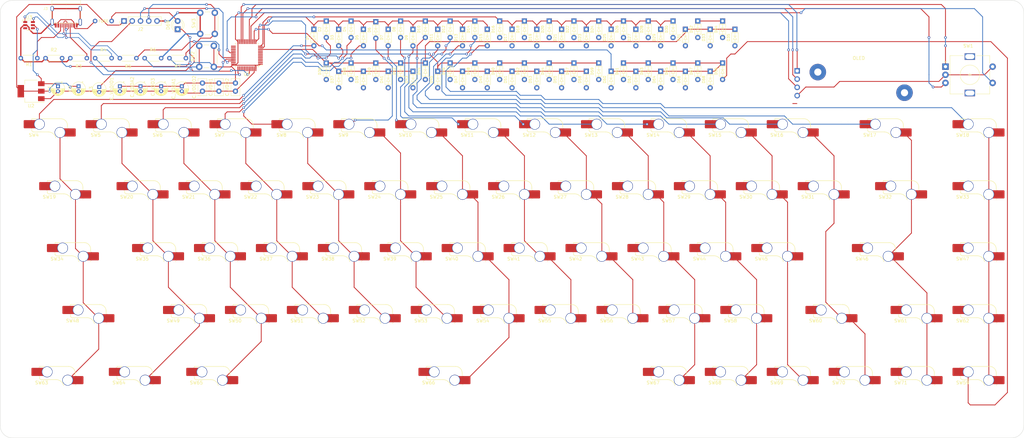
<source format=kicad_pcb>
(kicad_pcb (version 20221018) (generator pcbnew)
  (layers (0 "F.Cu" signal) (31 "B.Cu" signal) (34 "B.Paste" user) (35 "F.Paste" user) (36 "B.SilkS" user "B.Silkscreen") (37 "F.SilkS" user "F.Silkscreen") (38 "B.Mask" user) (39 "F.Mask" user) (44 "Edge.Cuts" user))
  (net 0 "")
  (net 1 "+5V")
  (net 2 "GND")
  (net 3 "+3.3V")
  (net 4 "NRST")
  (net 5 "row0")
  (net 6 "row1")
  (net 7 "row2")
  (net 8 "row3")
  (net 9 "row4")
  (net 10 "Net-(D1-A)")
  (net 11 "I2C_SDA")
  (net 12 "I2C_SCL")
  (net 13 "Net-(D2-A)")
  (net 14 "Net-(D3-A)")
  (net 15 "SWCLK")
  (net 16 "SWDIO")
  (net 17 "Net-(D4-A)")
  (net 18 "D_P")
  (net 19 "D_N")
  (net 20 "Net-(D5-A)")
  (net 21 "Net-(D6-A)")
  (net 22 "Net-(D7-A)")
  (net 23 "BOOT0")
  (net 24 "Net-(D8-A)")
  (net 25 "Net-(D9-A)")
  (net 26 "ENC_A")
  (net 27 "ENC_B")
  (net 28 "col0")
  (net 29 "col1")
  (net 30 "col2")
  (net 31 "col3")
  (net 32 "col4")
  (net 33 "col5")
  (net 34 "col6")
  (net 35 "col7")
  (net 36 "col8")
  (net 37 "col9")
  (net 38 "col10")
  (net 39 "col11")
  (net 40 "col12")
  (net 41 "col14")
  (net 42 "col13")
  (net 43 "Net-(D10-A)")
  (net 44 "Net-(D11-A)")
  (net 45 "Net-(D12-A)")
  (net 46 "Net-(D13-A)")
  (net 47 "Net-(D14-A)")
  (net 48 "ENC_SW")
  (net 49 "Net-(D15-A)")
  (net 50 "Net-(D16-A)")
  (net 51 "Net-(D17-A)")
  (net 52 "Net-(D18-A)")
  (net 53 "Net-(D19-A)")
  (net 54 "Net-(D20-A)")
  (net 55 "Net-(D21-A)")
  (net 56 "Net-(D22-A)")
  (net 57 "Net-(D23-A)")
  (net 58 "Net-(D24-A)")
  (net 59 "Net-(D25-A)")
  (net 60 "Net-(D26-A)")
  (net 61 "Net-(D27-A)")
  (net 62 "Net-(D28-A)")
  (net 63 "Net-(D29-A)")
  (net 64 "Net-(D30-A)")
  (net 65 "Net-(D31-A)")
  (net 66 "Net-(D32-A)")
  (net 67 "Net-(D33-A)")
  (net 68 "Net-(D34-A)")
  (net 69 "Net-(D35-A)")
  (net 70 "Net-(D36-A)")
  (net 71 "Net-(D37-A)")
  (net 72 "Net-(D38-A)")
  (net 73 "Net-(D39-A)")
  (net 74 "Net-(D40-A)")
  (net 75 "Net-(D41-A)")
  (net 76 "Net-(D42-A)")
  (net 77 "Net-(D43-A)")
  (net 78 "Net-(D44-A)")
  (net 79 "Net-(D45-A)")
  (net 80 "Net-(D46-A)")
  (net 81 "Net-(D47-A)")
  (net 82 "Net-(D48-A)")
  (net 83 "Net-(D49-A)")
  (net 84 "Net-(D50-A)")
  (net 85 "Net-(D51-A)")
  (net 86 "Net-(D52-A)")
  (net 87 "Net-(D53-A)")
  (net 88 "Net-(D54-A)")
  (net 89 "Net-(D55-A)")
  (net 90 "Net-(D56-A)")
  (net 91 "Net-(D57-A)")
  (net 92 "Net-(D58-A)")
  (net 93 "Net-(D59-A)")
  (net 94 "Net-(D60-A)")
  (net 95 "Net-(D61-A)")
  (net 96 "Net-(D62-A)")
  (net 97 "Net-(D63-A)")
  (net 98 "Net-(D64-A)")
  (net 99 "Net-(D65-A)")
  (net 100 "Net-(D66-A)")
  (net 101 "Net-(D67-A)")
  (net 102 "Net-(D68-A)")
  (net 103 "Net-(D69-K)")
  (net 104 "Net-(F1-Pad1)")
  (net 107 "Net-(J3-CC1)")
  (net 109 "Net-(J3-CC2)")
  (net 111 "Net-(U1-PA11)")
  (net 112 "Net-(U1-PA12)")
  (footprint "USB-C:TYPE-C-31-M-12" (layer "F.Cu") (at 40.64 54.61 180)
    (fp_text reference "J3")
    (fp_text value "USB_C_Receptacle_USB2.0")
  )
  (footprint "marbastvary:D_DO-35_SOD27_P5.08mm_Horizontal" (layer "F.Cu") (at 147.32 59.7175 -90)
    (fp_text reference "D9")
    (fp_text value "D")
  )
  (footprint "marbastvary:D_DO-35_SOD27_P5.08mm_Horizontal" (layer "F.Cu") (at 166.37 70.0725 -90)
    (fp_text reference "D48")
    (fp_text value "D")
  )
  (footprint "marbastmx:SW_MX_HS_1u" (layer "F.Cu") (at 173.0375 152.4)
    (fp_text reference "SW54")
    (fp_text value "MX_SW_HS" hide)
  )
  (footprint "marbastmx:SW_MX_HS_1u" (layer "F.Cu") (at 263.525 171.45)
    (fp_text reference "SW69")
    (fp_text value "MX_SW_HS" hide)
  )
  (footprint "marbastvary:D_DO-35_SOD27_P5.08mm_Horizontal" (layer "F.Cu") (at 204.47 57.15 -90)
    (fp_text reference "D24")
    (fp_text value "D")
  )
  (footprint "marbastmx:SW_MX_HS_1u" (layer "F.Cu") (at 230.1875 152.4)
    (fp_text reference "SW57")
    (fp_text value "MX_SW_HS" hide)
  )
  (footprint "marbastvary:D_DO-35_SOD27_P5.08mm_Horizontal" (layer "F.Cu") (at 246.38 59.69 -90)
    (fp_text reference "D35")
    (fp_text value "D")
  )
  (footprint "marbastmx:SW_MX_HS_1u" (layer "F.Cu") (at 34.925 95.25)
    (fp_text reference "SW4")
    (fp_text value "MX_SW_HS" hide)
  )
  (footprint "marbastmx:SW_MX_HS_1u" (layer "F.Cu") (at 177.8 114.3)
    (fp_text reference "SW26")
    (fp_text value "MX_SW_HS" hide)
  )
  (footprint "marbastvary:D_DO-35_SOD27_P5.08mm_Horizontal" (layer "F.Cu") (at 223.52 72.6125 -90)
    (fp_text reference "D64")
    (fp_text value "D")
  )
  (footprint "Rotary_Encoder:RotaryEncoder_Alps_EC11E-Switch_Vertical_H20mm" (layer "F.Cu") (at 311.15 72.47)
    (fp_text reference "SW1")
    (fp_text value "RotaryEncoder_Switch")
  )
  (footprint "Resistor_THT:R_Axial_DIN0204_L3.6mm_D1.6mm_P5.08mm_Horizontal" (layer "F.Cu") (at 31.75 69.85 180)
    (fp_text reference "R3")
    (fp_text value "5.1k")
  )
  (footprint "marbastvary:SSD1306" (layer "F.Cu") (at 264.255 71.596)
    (fp_text reference "J1" hide)
    (fp_text value "SSD1306")
  )
  (footprint "marbastvary:D_DO-35_SOD27_P5.08mm_Horizontal" (layer "F.Cu") (at 189.23 57.15 -90)
    (fp_text reference "D20")
    (fp_text value "D")
  )
  (footprint "marbastvary:D_DO-35_SOD27_P5.08mm_Horizontal" (layer "F.Cu") (at 158.75 70.0725 -90)
    (fp_text reference "D46")
    (fp_text value "D")
  )
  (footprint "marbastmx:SW_MX_HS_1u" (layer "F.Cu") (at 149.225 95.25)
    (fp_text reference "SW10")
    (fp_text value "MX_SW_HS" hide)
  )
  (footprint "Capacitor_THT:CP_Radial_D4.0mm_P1.50mm" (layer "F.Cu") (at 50.8 78.74 -90)
    (fp_text reference "C3")
    (fp_text value "1u")
  )
  (footprint "marbastmx:SW_MX_HS_1u" (layer "F.Cu") (at 211.1375 152.4)
    (fp_text reference "SW56")
    (fp_text value "MX_SW_HS" hide)
  )
  (footprint "Package_TO_SOT_SMD:SOT-223-3_TabPin2" (layer "F.Cu") (at 29.82 80.01 180)
    (fp_text reference "U2")
    (fp_text value "AMS1117-3.3")
  )
  (footprint "marbastmx:SW_MX_HS_1u" (layer "F.Cu") (at 320.675 95.25)
    (fp_text reference "SW18")
    (fp_text value "MX_SW_HS" hide)
  )
  (footprint "marbastvary:D_DO-35_SOD27_P5.08mm_Horizontal" (layer "F.Cu") (at 170.18 59.69 -90)
    (fp_text reference "D15")
    (fp_text value "D")
  )
  (footprint "marbastmx:SW_MX_HS_1u" (layer "F.Cu") (at 273.05 114.3)
    (fp_text reference "SW31")
    (fp_text value "MX_SW_HS" hide)
  )
  (footprint "marbastmx:SW_MX_HS_1.25u" (layer "F.Cu") (at 61.11875 171.45)
    (fp_text reference "SW64")
    (fp_text value "MX_SW_HS" hide)
  )
  (footprint "Capacitor_THT:CP_Radial_D4.0mm_P1.50mm" (layer "F.Cu") (at 69.85 78.51 -90)
    (fp_text reference "C_VDD3")
    (fp_text value "4.7u")
  )
  (footprint "marbastvary:D_DO-35_SOD27_P5.08mm_Horizontal" (layer "F.Cu") (at 162.56 59.69 -90)
    (fp_text reference "D13")
    (fp_text value "D")
  )
  (footprint "marbastmx:SW_MX_HS_1u" (layer "F.Cu") (at 234.95 114.3)
    (fp_text reference "SW29")
    (fp_text value "MX_SW_HS" hide)
  )
  (footprint "marbastmx:SW_MX_HS_1u" (layer "F.Cu") (at 158.75 114.3)
    (fp_text reference "SW25")
    (fp_text value "MX_SW_HS" hide)
  )
  (footprint "marbastvary:D_DO-35_SOD27_P5.08mm_Horizontal" (layer "F.Cu") (at 215.9 72.6125 -90)
    (fp_text reference "D62")
    (fp_text value "D")
  )
  (footprint "Button_Switch_THT:SW_PUSH_6mm" (layer "F.Cu") (at 81.57 72.54 90)
    (fp_text reference "SW2")
    (fp_text value "SW_Push")
  )
  (footprint "marbastmx:SW_MX_HS_1.5u" (layer "F.Cu") (at 296.8625 114.3)
    (fp_text reference "SW32")
    (fp_text value "MX_SW_HS" hide)
  )
  (footprint "Capacitor_THT:C_Disc_D5.0mm_W2.5mm_P2.50mm" (layer "F.Cu") (at 87.63 77.51 -90)
    (fp_text reference "C_VDD1")
    (fp_text value "100n")
  )
  (footprint "marbastmx:SW_MX_HS_1u" (layer "F.Cu") (at 77.7875 152.4)
    (fp_text reference "SW49")
    (fp_text value "MX_SW_HS" hide)
  )
  (footprint "marbastvary:D_DO-35_SOD27_P5.08mm_Horizontal" (layer "F.Cu") (at 128.27 70.0725 -90)
    (fp_text reference "D38")
    (fp_text value "D")
  )
  (footprint "marbastvary:polyfuse_5.1mm" (layer "F.Cu") (at 52.07 58.42)
    (fp_text reference "F1")
    (fp_text value "500mA")
  )
  (footprint "marbastvary:D_DO-35_SOD27_P5.08mm_Horizontal" (layer "F.Cu") (at 193.04 59.69 -90)
    (fp_text reference "D21")
    (fp_text value "D")
  )
  (footprint "marbastvary:D_DO-35_SOD27_P5.08mm_Horizontal" (layer "F.Cu") (at 196.85 57.15 -90)
    (fp_text reference "D22")
    (fp_text value "D")
  )
  (footprint "marbastmx:SW_MX_HS_1.25u" (layer "F.Cu") (at 37.30625 171.45)
    (fp_text reference "SW63")
    (fp_text value "MX_SW_HS" hide)
  )
  (footprint "marbastmx:SW_MX_HS_1u" (layer "F.Cu") (at 201.6125 133.35)
    (fp_text reference "SW42")
    (fp_text value "MX_SW_HS" hide)
  )
  (footprint "marbastvary:D_DO-35_SOD27_P5.08mm_Horizontal" (layer "F.Cu") (at 166.37 57.15 -90)
    (fp_text reference "D14")
    (fp_text value "D")
  )
  (footprint "LED_THT:LED_D3.0mm_Clear" (layer "F.Cu") (at 74.93 60.96 90)
    (fp_text reference "D69")
    (fp_text value "LED")
  )
  (footprint "marbastmx:SW_MX_HS_1u" (layer "F.Cu") (at 254 114.3)
    (fp_text reference "SW30")
    (fp_text value "MX_SW_HS" hide)
  )
  (footprint "marbastvary:D_DO-35_SOD27_P5.08mm_Horizontal" (layer "F.Cu") (at 173.99 57.15 -90)
    (fp_text reference "D16")
    (fp_text value "D")
  )
  (footprint "marbastmx:SW_MX_HS_1.5u" (layer "F.Cu") (at 39.6875 114.3)
    (fp_text reference "SW19")
    (fp_text value "MX_SW_HS" hide)
  )
  (footprint "marbastvary:D_DO-35_SOD27_P5.08mm_Horizontal" (layer "F.Cu") (at 200.66 72.6125 -90)
    (fp_text reference "D58")
    (fp_text value "D")
  )
  (footprint "Capacitor_THT:CP_Radial_D4.0mm_P1.50mm" (layer "F.Cu") (at 57.15 78.51 -90)
    (fp_text reference "C_VDDIO1")
    (fp_text value "4.7u")
  )
  (footprint "Capacitor_THT:CP_Radial_D4.0mm_P1.50mm" (layer "F.Cu") (at 44.45 78.51 -90)
    (fp_text reference "C2")
    (fp_text value "10uF")
  )
  (footprint "marbastvary:D_DO-35_SOD27_P5.08mm_Horizontal" (layer "F.Cu") (at 124.46 59.69 -90)
    (fp_text reference "D3")
    (fp_text value "D")
  )
  (footprint "marbastmx:SW_MX_HS_1u" (layer "F.Cu") (at 156.36875 171.45)
    (fp_text reference "SW66")
    (fp_text value "MX_SW_HS" hide)
  )
  (footprint "marbastvary:D_DO-35_SOD27_P5.08mm_Horizontal" (layer "F.Cu") (at 231.14 72.6125 -90)
    (fp_text reference "D66")
    (fp_text value "D")
  )
  (footprint "Package_QFP:LQFP-48_7x7mm_P0.5mm" (layer "F.Cu") (at 96.23 68.9325 180)
    (fp_text reference "U1")
    (fp_text value "STM32F072CBTx")
  )
  (footprint "Capacitor_THT:CP_Radial_D4.0mm_P1.50mm" (layer "F.Cu") (at 63.5 78.51 -90)
    (fp_text reference "C_VDDA2")
    (fp_text value "1u")
  )
  (footprint "Capacitor_THT:C_Disc_D5.0mm_W2.5mm_P2.50mm" (layer "F.Cu") (at 82.55 77.51 -90)
    (fp_text reference "C_VDDIO2")
    (fp_text value "100n")
  )
  (footprint "marbastvary:D_DO-35_SOD27_P5.08mm_Horizontal" (layer "F.Cu") (at 219.71 57.15 -90)
    (fp_text reference "D28")
    (fp_text value "D")
  )
  (footprint "marbastvary:D_DO-35_SOD27_P5.08mm_Horizontal" (layer "F.Cu") (at 215.9 59.69 -90)
    (fp_text reference "D27")
    (fp_text value "D")
  )
  (footprint "marbastmx:SW_MX_HS_1u" (layer "F.Cu") (at 96.8375 152.4)
    (fp_text reference "SW50")
    (fp_text value "MX_SW_HS" hide)
  )
  (footprint "Button_Switch_THT:SW_PUSH_6mm" (layer "F.Cu") (at 81.86 62.38 90)
    (fp_text reference "SW3")
    (fp_text value "SW_Push")
  )
  (footprint "marbastvary:D_DO-35_SOD27_P5.08mm_Horizontal" (layer "F.Cu") (at 154.94 72.6125 -90)
    (fp_text reference "D45")
    (fp_text value "D")
  )
  (footprint "marbastvary:D_DO-35_SOD27_P5.08mm_Horizontal" (layer "F.Cu") (at 135.89 70.0725 -90)
    (fp_text reference "D40")
    (fp_text value "D")
  )
  (footprint "marbastvary:D_DO-35_SOD27_P5.08mm_Horizontal" (layer "F.Cu") (at 143.51 70.0725 -90)
    (fp_text reference "D42")
    (fp_text value "D")
  )
  (footprint "marbastmx:SW_MX_HS_1.75u" (layer "F.Cu") (at 275.43125 152.4)
    (fp_text reference "SW60")
    (fp_text value "MX_SW_HS" hide)
  )
  (footprint "marbastvary:D_DO-35_SOD27_P5.08mm_Horizontal" (layer "F.Cu") (at 242.57 70.0725 -90)
    (fp_text reference "D56")
    (fp_text value "D")
  )
  (footprint "marbastvary:D_DO-35_SOD27_P5.08mm_Horizontal" (layer "F.Cu") (at 204.47 70.0725 -90)
    (fp_text reference "D59")
    (fp_text value "D")
  )
  (footprint "marbastmx:SW_MX_HS_1u" (layer "F.Cu") (at 115.8875 152.4)
    (fp_text reference "SW51")
    (fp_text value "MX_SW_HS" hide)
  )
  (footprint "marbastvary:D_DO-35_SOD27_P5.08mm_Horizontal" (layer "F.Cu") (at 212.09 70.0725 -90)
    (fp_text reference "D61")
    (fp_text value "D")
  )
  (footprint "marbastvary:D_DO-35_SOD27_P5.08mm_Horizontal" (layer "F.Cu") (at 124.46 72.6125 -90)
    (fp_text reference "D37")
    (fp_text value "D")
  )
  (footprint "marbastmx:SW_MX_HS_1u" (layer "F.Cu") (at 144.4625 133.35)
    (fp_text reference "SW39")
    (fp_text value "MX_SW_HS" hide)
  )
  (footprint "marbastmx:SW_MX_HS_1u" (layer "F.Cu") (at 153.9875 152.4)
    (fp_text reference "SW53")
    (fp_text value "MX_SW_HS" hide)
  )
  (footprint "marbastmx:STAB_MX_6.25u" (layer "F.Cu") (at 156.36875 171.45 180)
    (fp_text reference "S2" hide)
    (fp_text value "MX_stab")
  )
  (footprint "marbastmx:SW_MX_HS_1u" (layer "F.Cu") (at 82.55 114.3)
    (fp_text reference "SW21")
    (fp_text value "MX_SW_HS" hide)
  )
  (footprint "marbastmx:SW_MX_HS_1u" (layer "F.Cu") (at 139.7 114.3)
    (fp_text reference "SW24")
    (fp_text value "MX_SW_HS" hide)
  )
  (footprint "marbastmx:SW_MX_HS_1u" (layer "F.Cu") (at 244.475 95.25)
    (fp_text reference "SW15")
    (fp_text value "MX_SW_HS" hide)
  )
  (footprint "marbastmx:SW_MX_HS_1u" (layer "F.Cu") (at 258.7625 133.35)
    (fp_text reference "SW45")
    (fp_text value "MX_SW_HS" hide)
  )
  (footprint "marbastmx:SW_MX_HS_1u" (layer "F.Cu") (at 206.375 95.25)
    (fp_text reference "SW13")
    (fp_text value "MX_SW_HS" hide)
  )
  (footprint "marbastmx:SW_MX_HS_1u" (layer "F.Cu") (at 289.71875 133.35)
    (fp_text reference "SW46")
    (fp_text value "MX_SW_HS" hide)
  )
  (footprint "marbastvary:D_DO-35_SOD27_P5.08mm_Horizontal" (layer "F.Cu") (at 212.09 57.15 -90)
    (fp_text reference "D26")
    (fp_text value "D")
  )
  (footprint "marbastmx:SW_MX_HS_1u" (layer "F.Cu") (at 134.9375 152.4)
    (fp_text reference "SW52")
    (fp_text value "MX_SW_HS" hide)
  )
  (footprint "marbastmx:SW_MX_HS_1u" (layer "F.Cu") (at 320.675 133.35)
    (fp_text reference "SW47")
    (fp_text value "MX_SW_HS" hide)
  )
  (footprint "marbastvary:D_DO-35_SOD27_P5.08mm_Horizontal" (layer "F.Cu") (at 116.84 59.69 -90)
    (fp_text reference "D1")
    (fp_text value "D")
  )
  (footprint "marbastmx:SW_MX_HS_1u" (layer "F.Cu") (at 130.175 95.25)
    (fp_text reference "SW9")
    (fp_text value "MX_SW_HS" hide)
  )
  (footprint "marbastvary:D_DO-35_SOD27_P5.08mm_Horizontal" (layer "F.Cu") (at 242.57 57.15 -90)
    (fp_text reference "D34")
    (fp_text value "D")
  )
  (footprint "marbastmx:STAB_MX_2u" (layer "F.Cu") (at 292.1 95.25)
    (fp_text reference "S4" hide)
    (fp_text value "MX_stab")
  )
  (footprint "marbastmx:SW_MX_HS_1u" (layer "F.Cu") (at 244.475 171.45)
    (fp_text reference "SW68")
    (fp_text value "MX_SW_HS" hide)
  )
  (footprint "marbastmx:SW_MX_HS_1u" (layer "F.Cu") (at 320.675 114.3)
    (fp_text reference "SW33")
    (fp_text value "MX_SW_HS" hide)
  )
  (footprint "marbastmx:SW_MX_HS_1u" (layer "F.Cu") (at 320.675 152.4)
    (fp_text reference "SW62")
    (fp_text value "MX_SW_HS" hide)
  )
  (footprint "marbastmx:STAB_MX_2.25u" (layer "F.Cu") (at 46.83125 152.4)
    (fp_text reference "S1" hide)
    (fp_text value "MX_stab")
  )
  (footprint "marbastmx:SW_MX_HS_1u" (layer "F.Cu") (at 92.075 95.25)
    (fp_text reference "SW7")
    (fp_text value "MX_SW_HS" hide)
  )
  (footprint "marbastvary:D_DO-35_SOD27_P5.08mm_Horizontal" (layer "F.Cu") (at 151.13 57.15 -90)
    (fp_text reference "D10")
    (fp_text value "D")
  )
  (footprint "marbastmx:SW_MX_HS_1u" (layer "F.Cu") (at 73.025 95.25)
    (fp_text reference "SW6")
    (fp_text value "MX_SW_HS" hide)
  )
  (footprint "marbastmx:SW_MX_HS_1u" (layer "F.Cu") (at 187.325 95.25)
    (fp_text reference "SW12")
    (fp_text value "MX_SW_HS" hide)
  )
  (footprint "marbastvary:D_DO-35_SOD27_P5.08mm_Horizontal" (layer "F.Cu") (at 139.7 59.69 -90)
    (fp_text reference "D7")
    (fp_text value "D")
  )
  (footprint "marbastmx:SW_MX_HS_1u" (layer "F.Cu") (at 68.2625 133.35)
    (fp_text reference "SW35")
    (fp_text value "MX_SW_HS" hide)
  )
  (footprint "marbastmx:SW_MX_HS_1u" (layer "F.Cu") (at 163.5125 133.35)
    (fp_text reference "SW40")
    (fp_text value "MX_SW_HS" hide)
  )
  (footprint "marbastvary:D_DO-35_SOD27_P5.08mm_Horizontal" (layer "F.Cu") (at 223.52 59.69 -90)
    (fp_text reference "D29")
    (fp_text value "D")
  )
  (footprint "Resistor_THT:R_Axial_DIN0204_L3.6mm_D1.6mm_P5.08mm_Horizontal" (layer "F.Cu") (at 77.47 69.85 180)
    (fp_text reference "R4")
    (fp_text value "5.1k")
  )
  (footprint "marbastmx:SW_MX_HS_1u" (layer "F.Cu") (at 46.83125 152.4)
    (fp_text reference "SW48")
    (fp_text value "MX_SW_HS" hide)
  )
  (footprint "marbastmx:SW_MX_HS_1u" (layer "F.Cu") (at 320.675 171.45)
    (fp_text reference "SW59")
    (fp_text value "MX_SW_HS" hide)
  )
  (footprint "marbastvary:D_DO-35_SOD27_P5.08mm_Horizontal" (layer "F.Cu") (at 181.61 70.0725 -90)
    (fp_text reference "D52")
    (fp_text value "D")
  )
  (footprint "marbastmx:SW_MX_HS_1u" (layer "F.Cu") (at 63.5 114.3)
    (fp_text reference "SW20")
    (fp_text value "MX_SW_HS" hide)
  )
  (footprint "marbastvary:D_DO-35_SOD27_P5.08mm_Horizontal" (layer "F.Cu") (at 139.7 72.6125 -90)
    (fp_text reference "D41")
    (fp_text value "D")
  )
  (footprint "marbastvary:D_DO-35_SOD27_P5.08mm_Horizontal" (layer "F.Cu") (at 238.76 59.69 -90)
    (fp_text reference "D33")
    (fp_text value "D")
  )
  (footprint "marbastmx:SW_MX_HS_1.75u" (layer "F.Cu") (at 42.06875 133.35)
    (fp_text reference "SW34")
    (fp_text value "MX_SW_HS" hide)
  )
  (footprint "marbastvary:D_DO-35_SOD27_P5.08mm_Horizontal" (layer "F.Cu") (at 147.32 72.6125 -90)
    (fp_text reference "D43")
    (fp_text value "D")
  )
  (footprint "marbastvary:D_DO-35_SOD27_P5.08mm_Horizontal" (layer "F.Cu") (at 177.8 59.69 -90)
    (fp_text reference "D17")
    (fp_text value "D")
  )
  (footprint "marbastvary:D_DO-35_SOD27_P5.08mm_Horizontal" (layer "F.Cu") (at 177.8 72.6125 -90)
    (fp_text reference "D51")
    (fp_text value "D")
  )
  (footprint "marbastvary:D_DO-35_SOD27_P5.08mm_Horizontal" (layer "F.Cu") (at 128.27 57.15 -90)
    (fp_text reference "D4")
    (fp_text value "D")
  )
  (footprint "Resistor_THT:R_Axial_DIN0204_L3.6mm_D1.6mm_P5.08mm_Horizontal" (layer "F.Cu") (at 46.99 69.85 180)
    (fp_text reference "R2")
    (fp_text value "5.1k")
  )
  (footprint "marbastmx:SW_MX_HS_1u" (layer "F.Cu") (at 125.4125 133.35)
    (fp_text reference "SW38")
    (fp_text value "MX_SW_HS" hide)
  )
  (footprint "Capacitor_THT:C_Disc_D5.0mm_W2.5mm_P2.50mm" (layer "F.Cu") (at 92.71 77.51 -90)
    (fp_text reference "C_VDD2")
    (fp_text value "100n")
  )
  (footprint "marbastmx:SW_MX_HS_1u" (layer "F.Cu") (at 292.1 95.25)
    (fp_text reference "SW17")
    (fp_text value "MX_SW_HS" hide)
  )
  (footprint "marbastvary:D_DO-35_SOD27_P5.08mm_Horizontal" (layer "F.Cu") (at 193.04 72.6125 -90)
    (fp_text reference "D55")
    (fp_text value "D")
  )
  (footprint "Connector_PinHeader_2.54mm:PinHeader_1x05_P2.54mm_Vertical" (layer "F.Cu") (at 58.42 58.42 90)
    (fp_text reference "J2")
    (fp_text value "Conn_01x05")
  )
  (footprint "marbastvary:D_DO-35_SOD27_P5.08mm_Horizontal" (layer "F.Cu") (at 132.08 59.69 -90)
    (fp_text reference "D5")
    (fp_text value "D")
  )
  (footprint "marbastmx:SW_MX_HS_1u" (layer "F.Cu") (at 249.2375 152.4)
    (fp_text reference "SW58")
    (fp_text value "MX_SW_HS" hide)
  )
  (footprint "marbastvary:D_DO-35_SOD27_P5.08mm_Horizontal" (layer "F.Cu") (at 234.95 70.0725 -90)
    (fp_text reference "D67")
    (fp_text value "D")
  )
  (footprint "Capacitor_THT:CP_Radial_D4.0mm_P1.50mm" (layer "F.Cu") (at 76.2 78.51 -90)
    (fp_text reference "C_VDDA1")
    (fp_text value "10u")
  )
  (footprint "marbastmx:SW_MX_HS_1u" (layer "F.Cu") (at 192.0875 152.4)
    (fp_text reference "SW55")
    (fp_text value "MX_SW_HS" hide)
  )
  (footprint "marbastvary:D_DO-35_SOD27_P5.08mm_Horizontal" (layer "F.Cu") (at 135.89 57.3675 -90)
    (fp_text reference "D6")
    (fp_text value "D")
  )
  (footprint "marbastvary:D_DO-35_SOD27_P5.08mm_Horizontal" (layer "F.Cu") (at 120.65 57.15 -90)
    (fp_text reference "D2")
    (fp_text value "D")
  )
  (footprint "marbastvary:D_DO-35_SOD27_P5.08mm_Horizontal" (layer "F.Cu") (at 234.95 57.15 -90)
    (fp_text reference "D32")
    (fp_text value "D")
  )
  (footprint "marbastmx:SW_MX_HS_1u" (layer "F.Cu") (at 220.6625 133.35)
    (fp_text reference "SW43")
    (fp_text value "MX_SW_HS" hide)
  )
  (footprint "marbastvary:D_DO-35_SOD27_P5.08mm_Horizontal" (layer "F.Cu") (at 185.42 72.6125 -90)
    (fp_text reference "D53")
    (fp_text value "D")
  )
  (footprint "marbastmx:SW_MX_HS_1u" (layer "F.Cu") (at 282.575 171.45)
    (fp_text reference "SW70")
    (fp_text value "MX_SW_HS" hide)
  )
  (footprint "marbastmx:SW_MX_HS_1u" (layer "F.Cu") (at 301.625 171.45)
    (fp_text reference "SW71")
    (fp_text value "MX_SW_HS" hide)
  )
  (footprint "marbastvary:SOT-23-6-routable" (layer "F.Cu") (at 29.21 59.69)
    (fp_text reference "U3")
    (fp_text value "SRV05-4")
  )
  (footprint "marbastmx:SW_MX_HS_1u" (layer "F.Cu") (at 225.425 95.25)
    (fp_text reference "SW14")
    (fp_text value "MX_SW_HS" hide)
  )
  (footprint "marbastvary:D_DO-35_SOD27_P5.08mm_Horizontal" (layer "F.Cu") (at 238.76 72.6125 -90)
    (fp_text reference "D68")
    (fp_text value "D")
  )
  (footprint "marbastvary:D_DO-35_SOD27_P5.08mm_Horizontal" (layer "F.Cu") (at 227.33 70.0725 -90)
    (fp_text reference "D65")
    (fp_text value "D")
  )
  (footprint "marbastmx:SW_MX_HS_1u" (layer "F.Cu") (at 225.425 171.45)
    (fp_text reference "SW67")
    (fp_text value "MX_SW_HS" hide)
  )
  (footprint "marbastmx:SW_MX_HS_1u" (layer "F.Cu") (at 239.7125 133.35)
    (fp_text reference "SW44")
    (fp_text value "MX_SW_HS" hide)
  )
  (footprint "marbastmx:SW_MX_HS_1u" (layer "F.Cu") (at 106.3625 133.35)
    (fp_text reference "SW37")
    (fp_text value "MX_SW_HS" hide)
  )
  (footprint "marbastmx:SW_MX_HS_1u" (layer "F.Cu") (at 120.65 114.3)
    (fp_text reference "SW23")
    (fp_text value "MX_SW_HS" hide)
  )
  (footprint "marbastvary:D_DO-35_SOD27_P5.08mm_Horizontal" (layer "F.Cu") (at 200.66 59.69 -90)
    (fp_text reference "D23")
    (fp_text value "D")
  )
  (footprint "marbastmx:STAB_MX_2.25u" (layer "F.Cu") (at 289.71875 133.35)
    (fp_text reference "S3" hide)
    (fp_text value "MX_stab")
  )
  (footprint "marbastmx:SW_MX_HS_1u" (layer "F.Cu") (at 87.3125 133.35)
    (fp_text reference "SW36")
    (fp_text value "MX_SW_HS" hide)
  )
  (footprint "marbastmx:SW_MX_HS_1u" (layer "F.Cu") (at 168.275 95.25)
    (fp_text reference "SW11")
    (fp_text value "MX_SW_HS" hide)
  )
  (footprint "Resistor_THT:R_Axial_DIN0204_L3.6mm_D1.6mm_P5.08mm_Horizontal" (layer "F.Cu") (at 39.37 69.85 180)
    (fp_text reference "R7")
    (fp_text value "1k")
  )
  (footprint "marbastvary:D_DO-35_SOD27_P5.08mm_Horizontal" (layer "F.Cu") (at 189.23 70.0725 -90)
    (fp_text reference "D54")
    (fp_text value "D")
  )
  (footprint "marbastmx:SW_MX_HS_1u" (layer "F.Cu") (at 53.975 95.25)
    (fp_text reference "SW5")
    (fp_text value "MX_SW_HS" hide)
  )
  (footprint "marbastvary:D_DO-35_SOD27_P5.08mm_Horizontal" (layer "F.Cu") (at 185.42 59.69 -90)
    (fp_text reference "D19")
    (fp_text value "D")
  )
  (footprint "Resistor_THT:R_Axial_DIN0204_L3.6mm_D1.6mm_P5.08mm_Horizontal" (layer "F.Cu") (at 62.23 69.85 180)
    (fp_text reference "R5")
    (fp_text value "68")
  )
  (footprint "marbastmx:SW_MX_HS_1u" (layer "F.Cu") (at 263.525 95.25)
    (fp_text reference "SW16")
    (fp_text value "MX_SW_HS" hide)
  )
  (footprint "marbastmx:SW_MX_HS_1u" (layer "F.Cu") (at 111.125 95.25)
    (fp_text reference "SW8")
    (fp_text value "MX_SW_HS" hide)
  )
  (footprint "marbastvary:D_DO-35_SOD27_P5.08mm_Horizontal" (layer "F.Cu") (at 120.65 70.0725 -90)
    (fp_text reference "D36")
    (fp_text value "D")
  )
  (footprint "marbastvary:D_DO-35_SOD27_P5.08mm_Horizontal" (layer "F.Cu") (at 227.33 57.15 -90)
    (fp_text reference "D30")
    (fp_text value "D")
  )
  (footprint "marbastvary:D_DO-35_SOD27_P5.08mm_Horizontal" (layer "F.Cu") (at 196.85 70.0725 -90)
    (fp_text reference "D57")
    (fp_text value "D")
  )
  (footprint "marbastmx:SW_MX_HS_1u" (layer "F.Cu") (at 215.9 114.3)
    (fp_text reference "SW28")
    (fp_text value "MX_SW_HS" hide)
  )
  (footprint "marbastvary:D_DO-35_SOD27_P5.08mm_Horizontal" (layer "F.Cu") (at 132.08 72.6125 -90)
    (fp_text reference "D39")
    (fp_text value "D")
  )
  (footprint "marbastvary:D_DO-35_SOD27_P5.08mm_Horizontal" (layer "F.Cu") (at 143.51 57.15 -90)
    (fp_text reference "D8")
    (fp_text value "D")
  )
  (footprint "Resistor_THT:R_Axial_DIN0204_L3.6mm_D1.6mm_P5.08mm_Horizontal" (layer "F.Cu") (at 49.53 69.85)
    (fp_text reference "R6")
    (fp_text value "68")
  )
  (footprint "marbastvary:D_DO-35_SOD27_P5.08mm_Horizontal" (layer "F.Cu") (at 154.94 59.69 -90)
    (fp_text reference "D11")
    (fp_text value "D")
  )
  (footprint "marbastmx:SW_MX_HS_1u" (layer "F.Cu") (at 101.6 114.3)
    (fp_text reference "SW22")
    (fp_text value "MX_SW_HS" hide)
  )
  (footprint "marbastvary:D_DO-35_SOD27_P5.08mm_Horizontal" (layer "F.Cu") (at 170.18 72.6125 -90)
    (fp_text reference "D49")
    (fp_text value "D")
  )
  (footprint "marbastmx:SW_MX_HS_1u" (layer "F.Cu") (at 301.625 152.4)
    (fp_text reference "SW61")
    (fp_text value "MX_SW_HS" hide)
  )
  (footprint "marbastvary:D_DO-35_SOD27_P5.08mm_Horizontal" (layer "F.Cu") (at 158.75 57.15 -90)
    (fp_text reference "D12")
    (fp_text value "D")
  )
  (footprint "marbastvary:D_DO-35_SOD27_P5.08mm_Horizontal" (layer "F.Cu") (at 208.28 72.6125 -90)
    (fp_text reference "D60")
    (fp_text value "D")
  )
  (footprint "Resistor_THT:R_Axial_DIN0204_L3.6mm_D1.6mm_P5.08mm_Horizontal" (layer "F.Cu") (at 69.85 69.85 180)
    (fp_text reference "R1")
    (fp_text value "5.1k")
  )
  (footprint "marbastvary:D_DO-35_SOD27_P5.08mm_Horizontal" (layer "F.Cu") (at 219.71 70.0725 -90)
    (fp_text reference "D63")
    (fp_text value "D")
  )
  (footprint "marbastmx:SW_MX_HS_1u" (layer "F.Cu") (at 196.85 114.3)
    (fp_text reference "SW27")
    (fp_text value "MX_SW_HS" hide)
  )
  (footprint "Capacitor_THT:CP_Radial_D4.0mm_P1.50mm" (layer "F.Cu") (at 38.1 78.51 -90)
    (fp_text reference "C1")
    (fp_text value "10uF")
  )
  (footprint "marbastmx:SW_MX_HS_1.25u" (layer "F.Cu") (at 84.93125 171.45)
    (fp_text reference "SW65")
    (fp_text value "MX_SW_HS" hide)
  )
  (footprint "marbastvary:D_DO-35_SOD27_P5.08mm_Horizontal" (layer "F.Cu") (at 208.28 59.69 -90)
    (fp_text reference "D25")
    (fp_text value "D")
  )
  (footprint "marbastvary:D_DO-35_SOD27_P5.08mm_Horizontal" (layer "F.Cu") (at 181.61 57.15 -90)
    (fp_text reference "D18")
    (fp_text value "D")
  )
  (footprint "marbastvary:D_DO-35_SOD27_P5.08mm_Horizontal" (layer "F.Cu") (at 151.13 70.0725 -90)
    (fp_text reference "D44")
    (fp_text value "D")
  )
  (footprint "marbastvary:D_DO-35_SOD27_P5.08mm_Horizontal" (layer "F.Cu") (at 231.14 59.69 -90)
    (fp_text reference "D31")
    (fp_text value "D")
  )
  (footprint "marbastvary:D_DO-35_SOD27_P5.08mm_Horizontal" (layer "F.Cu") (at 162.56 72.6125 -90)
    (fp_text reference "D47")
    (fp_text value "D")
  )
  (footprint "marbastvary:D_DO-35_SOD27_P5.08mm_Horizontal" (layer "F.Cu") (at 173.99 70.0725 -90)
    (fp_text reference "D50")
    (fp_text value "D")
  )
  (footprint "marbastmx:SW_MX_HS_1u" (layer "F.Cu") (at 182.5625 133.35)
    (fp_text reference "SW41")
    (fp_text value "MX_SW_HS" hide)
  )
  (gr_line (start 335.28 182.88) (end 335.28 55.88) (stroke (width 0.1)) (layer "Edge.Cuts"))
  (gr_line (start 167.64 52.07) (end 24.13 52.07) (stroke (width 0.1)) (layer "Edge.Cuts"))
  (gr_arc (start 20.32 55.88) (mid 21.435923 53.185923) (end 24.13 52.07) (stroke (width 0.1)) (layer "Edge.Cuts"))
  (gr_arc (start 335.28 182.88) (mid 334.164077 185.574077) (end 331.47 186.69) (stroke (width 0.1)) (layer "Edge.Cuts"))
  (gr_line (start 167.64 52.07) (end 331.47 52.07) (stroke (width 0.1)) (layer "Edge.Cuts"))
  (gr_arc (start 331.47 52.07) (mid 334.164077 53.185923) (end 335.28 55.88) (stroke (width 0.1)) (layer "Edge.Cuts"))
  (gr_arc (start 24.13 186.69) (mid 21.435923 185.574077) (end 20.32 182.88) (stroke (width 0.1)) (layer "Edge.Cuts"))
  (gr_line (start 20.32 55.88) (end 20.32 182.88) (stroke (width 0.1)) (layer "Edge.Cuts"))
  (gr_line (start 24.13 186.69) (end 331.47 186.69) (stroke (width 0.1)) (layer "Edge.Cuts"))
  (gr_text "OLED" (at 284.48 69.85) (layer "F.SilkS") (effects (font (size 1 1))))
  (segment (start 30.385 59.69) (end 30.731751 59.69) (width 0.25) (layer "F.Cu") (net 1))
  (segment (start 55.88 55.88) (end 54.62 57.14) (width 0.25) (layer "F.Cu") (net 1))
  (segment (start 74.93 58.42) (end 72.39 55.88) (width 0.25) (layer "F.Cu") (net 1))
  (segment (start 32.97 77.71) (end 37.3 77.71) (width 0.25) (layer "F.Cu") (net 1))
  (segment (start 30.731751 59.69) (end 31.75 60.708249) (width 0.25) (layer "F.Cu") (net 1))
  (segment (start 31.75 74.93) (end 32.97 76.15) (width 0.25) (layer "F.Cu") (net 1))
  (segment (start 72.39 55.88) (end 55.88 55.88) (width 0.25) (layer "F.Cu") (net 1))
  (segment (start 54.62 57.14) (end 54.62 58.42) (width 0.25) (layer "F.Cu") (net 1))
  (segment (start 32.97 76.15) (end 32.97 77.71) (width 0.25) (layer "F.Cu") (net 1))
  (segment (start 37.3 77.71) (end 38.1 78.51) (width 0.25) (layer "F.Cu") (net 1))
  (segment (start 31.75 60.708249) (end 31.75 60.96) (width 0.25) (layer "F.Cu") (net 1))
  (via (at 31.75 74.93) (size 0.8) (drill 0.4) (layers "F.Cu" "B.Cu") (net 1))
  (via (at 31.75 60.96) (size 0.8) (drill 0.4) (layers "F.Cu" "B.Cu") (net 1))
  (segment (start 31.75 60.96) (end 31.75 67.31) (width 0.25) (layer "B.Cu") (net 1))
  (segment (start 30.48 73.66) (end 31.75 74.93) (width 0.25) (layer "B.Cu") (net 1))
  (segment (start 31.75 67.31) (end 30.48 68.58) (width 0.25) (layer "B.Cu") (net 1))
  (segment (start 30.48 68.58) (end 30.48 73.66) (width 0.25) (layer "B.Cu") (net 1))
  (segment (start 27.7605 70.9405) (end 26.67 69.85) (width 0.381) (layer "F.Cu") (net 2))
  (segment (start 278.599 77.001) (end 276.86 78.74) (width 0.25) (layer "F.Cu") (net 2))
  (segment (start 44.96 58.79) (end 44.935 58.79) (width 0.381) (layer "F.Cu") (net 2))
  (segment (start 29.21 60.425618) (end 29.21 60.96) (width 0.381) (layer "F.Cu") (net 2))
  (segment (start 37.54 59.71) (end 37.24 59.71) (width 0.381) (layer "F.Cu") (net 2))
  (segment (start 40.8195 70.9405) (end 35.3805 70.9405) (width 0.381) (layer "F.Cu") (net 2))
  (segment (start 32.88 62.23) (end 36.32 58.79) (width 0.381) (layer "F.Cu") (net 2))
  (segment (start 30.48 62.23) (end 32.88 62.23) (width 0.381) (layer "F.Cu") (net 2))
  (segment (start 76.2 80.01) (end 76.8 80.61) (width 0.25) (layer "F.Cu") (net 2))
  (segment (start 37.24 59.71) (end 36.32 58.79) (width 0.381) (layer "F.Cu") (net 2))
  (segment (start 309.119 77.001) (end 278.599 77.001) (width 0.25) (layer "F.Cu") (net 2))
  (segment (start 311.15 74.97) (end 323.15 74.97) (width 0.25) (layer "F.Cu") (net 2))
  (segment (start 38.1 80.01) (end 76.2 80.01) (width 0.25) (layer "F.Cu") (net 2))
  (segment (start 323.15 74.97) (end 325.65 72.47) (width 0.25) (layer "F.Cu") (net 2))
  (segment (start 44.935 58.79) (end 44.015 59.71) (width 0.381) (layer "F.Cu") (net 2))
  (segment (start 34.29 69.85) (end 33.1995 70.9405) (width 0.381) (layer "F.Cu") (net 2))
  (segment (start 81.86 55.88) (end 81.86 62.38) (width 0.381) (layer "F.Cu") (net 2))
  (segment (start 26.67 69.85) (end 26.67 60.615618) (width 0.381) (layer "F.Cu") (net 2))
  (segment (start 81.95 80.61) (end 82.55 80.01) (width 0.25) (layer "F.Cu") (net 2))
  (segment (start 36.32 54.61) (end 44.96 54.61) (width 0.381) (layer "F.Cu") (net 2))
  (segment (start 268.16 78.74) (end 265.525 81.375) (width 0.25) (layer "F.Cu") (net 2))
  (segment (start 311.15 74.97) (end 309.119 77.001) (width 0.25) (layer "F.Cu") (net 2))
  (segment (start 41.91 69.85) (end 40.8195 70.9405) (width 0.381) (layer "F.Cu") (net 2))
  (segment (start 76.8 80.61) (end 81.95 80.61) (width 0.25) (layer "F.Cu") (net 2))
  (segment (start 276.86 78.74) (end 268.16 78.74) (width 0.25) (layer "F.Cu") (net 2))
  (segment (start 28.474382 59.69) (end 29.21 60.425618) (width 0.381) (layer "F.Cu") (net 2))
  (segment (start 27.595618 59.69) (end 28.035 59.69) (width 0.381) (layer "F.Cu") (net 2))
  (segment (start 26.67 60.615618) (end 27.595618 59.69) (width 0.381) (layer "F.Cu") (net 2))
  (segment (start 29.21 60.96) (end 30.48 62.23) (width 0.381) (layer "F.Cu") (net 2))
  (segment (start 36.32 54.61) (end 36.32 58.79) (width 0.381) (layer "F.Cu") (net 2))
  (segment (start 98.48 74.24) (end 98.48 73.095) (width 0.25) (layer "F.Cu") (net 2))
  (segment (start 71.12 58.42) (end 68.58 58.42) (width 0.381) (layer "F.Cu") (net 2))
  (segment (start 28.035 59.69) (end 28.474382 59.69) (width 0.381) (layer "F.Cu") (net 2))
  (segment (start 44.96 54.61) (end 44.96 58.79) (width 0.381) (layer "F.Cu") (net 2))
  (segment (start 81.86 55.88) (end 74.93 55.88) (width 0.381) (layer "F.Cu") (net 2))
  (segment (start 35.8 82.31) (end 38.1 80.01) (width 0.25) (layer "F.Cu") (net 2))
  (segment (start 32.97 82.31) (end 35.8 82.31) (width 0.25) (layer "F.Cu") (net 2))
  (segment (start 87.63 80.01) (end 92.71 80.01) (width 0.25) (layer "F.Cu") (net 2))
  (segment (start 82.55 80.01) (end 87.63 80.01) (width 0.25) (layer "F.Cu") (net 2))
  (segment (start 35.3805 70.9405) (end 34.29 69.85) (width 0.381) (layer "F.Cu") (net 2))
  (segment (start 33.1995 70.9405) (end 27.7605 70.9405) (width 0.381) (layer "F.Cu") (net 2))
  (segment (start 92.71 80.01) (end 98.48 74.24) (width 0.25) (layer "F.Cu") (net 2))
  (via (at 74.93 55.88) (size 0.8) (drill 0.4) (layers "F.Cu" "B.Cu") (net 2))
  (via (at 71.12 58.42) (size 0.8) (drill 0.4) (layers "F.Cu" "B.Cu") (net 2))
  (segment (start 72.39 58.42) (end 71.12 58.42) (width 0.381) (layer "B.Cu") (net 2))
  (segment (start 77.32 62.38) (end 81.86 62.38) (width 0.381) (layer "B.Cu") (net 2))
  (segment (start 74.93 55.88) (end 72.39 58.42) (width 0.381) (layer "B.Cu") (net 2))
  (segment (start 69.85 69.85) (end 77.32 62.38) (width 0.381) (layer "B.Cu") (net 2))
  (segment (start 25.4 78.74) (end 26.67 80.01) (width 0.25) (layer "F.Cu") (net 3))
  (segment (start 92.71 73.66) (end 92.71 77.51) (width 0.25) (layer "F.Cu") (net 3))
  (segment (start 91.4 72.35) (end 92.0675 71.6825) (width 0.25) (layer "F.Cu") (net 3))
  (segment (start 92.71 56.9255) (end 92.71 64) (width 0.25) (layer "F.Cu") (net 3))
  (segment (start 92.71 72.0325) (end 98.720685 72.0325) (width 0.25) (layer "F.Cu") (net 3))
  (segment (start 98.720685 72.0325) (end 98.98 72.291815) (width 0.25) (layer "F.Cu") (net 3))
  (segment (start 100.0425 72.0325) (end 100.3925 71.6825) (width 0.25) (layer "F.Cu") (net 3))
  (segment (start 91.21 72.54) (end 91.4 72.35) (width 0.25) (layer "F.Cu") (net 3))
  (segment (start 98.720685 72.0325) (end 100.0425 72.0325) (width 0.25) (layer "F.Cu") (net 3))
  (segment (start 42.14 78.51) (end 41.91 78.74) (width 0.25) (layer "F.Cu") (net 3))
  (segment (start 57.15 59.69) (end 53.34 59.69) (width 0.25) (layer "F.Cu") (net 3))
  (segment (start 91.4 72.35) (end 91.7175 72.0325) (width 0.25) (layer "F.Cu") (net 3))
  (segment (start 46.99 53.34) (end 29.21 53.34) (width 0.25) (layer "F.Cu") (net 3))
  (segment (start 91.7175 72.0325) (end 92.71 72.0325) (width 0.25) (layer "F.Cu") (net 3))
  (segment (start 58.42 58.42) (end 57.15 59.69) (width 0.25) (layer "F.Cu") (net 3))
  (segment (start 32.97 80.01) (end 26.67 80.01) (width 0.25) (layer "F.Cu") (net 3))
  (segment (start 35.56 80.01) (end 32.97 80.01) (width 0.25) (layer "F.Cu") (net 3))
  (segment (start 29.21 53.34) (end 25.4 57.15) (width 0.25) (layer "F.Cu") (net 3))
  (segment (start 98.98 72.291815) (end 98.98 73.095) (width 0.25) (layer "F.Cu") (net 3))
  (segment (start 265.525 78.835) (end 262.89 76.2) (width 0.25) (layer "F.Cu") (net 3))
  (segment (start 92.71 64) (end 93.48 64.77) (width 0.25) (layer "F.Cu") (net 3))
  (segment (start 53.34 59.69) (end 46.99 53.34) (width 0.25) (layer "F.Cu") (net 3))
  (segment (start 92.71 77.51) (end 77.2 77.51) (width 0.25) (layer "F.Cu") (net 3))
  (segment (start 77.51 79.97) (end 77.47 80.01) (width 0.25) (layer "F.Cu") (net 3))
  (segment (start 76.2 78.51) (end 57.15 78.51) (width 0.25) (layer "F.Cu") (net 3))
  (segment (start 86.07 72.54) (end 91.21 72.54) (width 0.25) (layer "F.Cu") (net 3))
  (segment (start 262.89 76.2) (end 262.89 67.31) (width 0.25) (layer "F.Cu") (net 3))
  (segment (start 86.07 66.04) (end 86.07 72.54) (width 0.25) (layer "F.Cu") (net 3))
  (segment (start 93.48 71.2625) (end 92.71 72.0325) (width 0.25) (layer "F.Cu") (net 3))
  (segment (start 93.7555 55.88) (end 92.71 56.9255) (width 0.25) (layer "F.Cu") (net 3))
  (segment (start 44.45 78.51) (end 42.14 78.51) (width 0.25) (layer "F.Cu") (net 3))
  (segment (start 77.2 77.51) (end 76.2 78.51) (width 0.25) (layer "F.Cu") (net 3))
  (segment (start 93.48 64.77) (end 93.48 71.2625) (width 0.25) (layer "F.Cu") (net 3))
  (segment (start 91.4 72.35) (end 92.71 73.66) (width 0.25) (layer "F.Cu") (net 3))
  (segment (start 25.4 57.15) (end 25.4 78.74) (width 0.25) (layer "F.Cu") (net 3))
  (via (at 262.89 67.31) (size 0.8) (drill 0.4) (layers "F.Cu" "B.Cu") (net 3))
  (via (at 41.91 78.74) (size 0.8) (drill 0.4) (layers "F.Cu" "B.Cu") (net 3))
  (via (at 93.7555 55.88) (size 0.8) (drill 0.4) (layers "F.Cu" "B.Cu") (net 3))
  (via (at 35.56 80.01) (size 0.8) (drill 0.4) (layers "F.Cu" "B.Cu") (net 3))
  (segment (start 37.175 77.585) (end 35.56 79.2) (width 0.25) (layer "B.Cu") (net 3))
  (segment (start 35.56 79.2) (end 35.56 80.01) (width 0.25) (layer "B.Cu") (net 3))
  (segment (start 260.35 55.88) (end 93.7555 55.88) (width 0.25) (layer "B.Cu") (net 3))
  (segment (start 40.755 77.585) (end 37.175 77.585) (width 0.25) (layer "B.Cu") (net 3))
  (segment (start 84.745 71.215) (end 86.07 72.54) (width 0.25) (layer "B.Cu") (net 3))
  (segment (start 79.285 71.845) (end 79.915 71.215) (width 0.25) (layer "B.Cu") (net 3))
  (segment (start 41.91 78.74) (end 40.755 77.585) (width 0.25) (layer "B.Cu") (net 3))
  (segment (start 262.89 67.31) (end 262.89 58.42) (width 0.25) (layer "B.Cu") (net 3))
  (segment (start 72.39 69.85) (end 74.385 71.845) (width 0.25) (layer "B.Cu") (net 3))
  (segment (start 79.915 71.215) (end 84.745 71.215) (width 0.25) (layer "B.Cu") (net 3))
  (segment (start 74.385 71.845) (end 79.285 71.845) (width 0.25) (layer "B.Cu") (net 3))
  (segment (start 262.89 58.42) (end 260.35 55.88) (width 0.25) (layer "B.Cu") (net 3))
  (segment (start 78.583083 67.153083) (end 82.031167 63.705) (width 0.25) (layer "F.Cu") (net 4))
  (segment (start 77.47 68.266167) (end 78.583083 67.153083) (width 0.25) (layer "F.Cu") (net 4))
  (segment (start 66.04 58.42) (end 66.04 57.15) (width 0.25) (layer "F.Cu") (net 4))
  (segment (start 85.09 53.34) (end 86.36 54.61) (width 0.25) (layer "F.Cu") (net 4))
  (segment (start 78.583083 68.423083) (end 78.583083 67.153083) (width 0.25) (layer "F.Cu") (net 4))
  (segment (start 77.47 73.66) (end 80.01 71.12) (width 0.25) (layer "F.Cu") (net 4))
  (segment (start 77.47 69.85) (end 77.47 68.266167) (width 0.25) (layer "F.Cu") (net 4))
  (segment (start 86.36 54.61) (end 86.36 55.88) (width 0.25) (layer "F.Cu") (net 4))
  (segment (start 50.8 78.74) (end 55.88 73.66) (width 0.25) (layer "F.Cu") (net 4))
  (segment (start 83.82 53.34) (end 85.09 53.34) (width 0.25) (layer "F.Cu") (net 4))
  (segment (start 80.01 69.85) (end 78.583083 68.423083) (width 0.25) (layer "F.Cu") (net 4))
  (segment (start 86.36 55.88) (end 86.36 62.38) (width 0.25) (layer "F.Cu") (net 4))
  (segment (start 85.035 63.705) (end 86.36 62.38) (width 0.25) (layer "F.Cu") (net 4))
  (segment (start 55.88 73.66) (end 77.47 73.66) (width 0.25) (layer "F.Cu") (net 4))
  (segment (start 82.031167 63.705) (end 85.035 63.705) (width 0.25) (layer "F.Cu") (net 4))
  (segment (start 80.01 71.12) (end 80.01 69.85) (width 0.25) (layer "F.Cu") (net 4))
  (via (at 66.04 57.15) (size 0.8) (drill 0.4) (layers "F.Cu" "B.Cu") (net 4))
  (via (at 83.82 53.34) (size 0.8) (drill 0.4) (layers "F.Cu" "B.Cu") (net 4))
  (segment (start 66.04 54.61) (end 67.31 53.34) (width 0.25) (layer "B.Cu") (net 4))
  (segment (start 66.04 57.15) (end 66.04 54.61) (width 0.25) (layer "B.Cu") (net 4))
  (segment (start 67.31 53.34) (end 83.82 53.34) (width 0.25) (layer "B.Cu") (net 4))
  (segment (start 154.94 59.69) (end 154.94 60.96) (width 0.25) (layer "F.Cu") (net 5))
  (segment (start 135.89 58.6375) (end 138.6475 58.6375) (width 0.25) (layer "F.Cu") (net 5))
  (segment (start 143.51 58.42) (end 146.05 58.42) (width 0.25) (layer "F.Cu") (net 5))
  (segment (start 132.08 59.69) (end 133.1325 58.6375) (width 0.25) (layer "F.Cu") (net 5))
  (segment (start 125.73 58.42) (end 128.27 58.42) (width 0.25) (layer "F.Cu") (net 5))
  (segment (start 140.97 58.42) (end 143.51 58.42) (width 0.25) (layer "F.Cu") (net 5))
  (segment (start 123.19 58.42) (end 124.46 59.69) (width 0.25) (layer "F.Cu") (net 5))
  (segment (start 162.56 59.69) (end 162.56 60.96) (width 0.25) (layer "F.Cu") (net 5))
  (segment (start 163.83 58.42) (end 166.37 58.42) (width 0.25) (layer "F.Cu") (net 5))
  (segment (start 132.08 60.96) (end 132.08 59.69) (width 0.25) (layer "F.Cu") (net 5))
  (segment (start 154.94 59.69) (end 156.21 58.42) (width 0.25) (layer "F.Cu") (net 5))
  (segment (start 102.87 57.15) (end 101.15 58.87) (width 0.25) (layer "F.Cu") (net 5))
  (segment (start 133.1325 58.6375) (end 135.89 58.6375) (width 0.25) (layer "F.Cu") (net 5))
  (segment (start 148.59 58.42) (end 151.13 58.42) (width 0.25) (layer "F.Cu") (net 5))
  (segment (start 166.37 58.42) (end 168.91 58.42) (width 0.25) (layer "F.Cu") (net 5))
  (segment (start 130.81 58.42) (end 128.27 58.42) (width 0.25) (layer "F.Cu") (net 5))
  (segment (start 116.84 60.96) (end 116.84 59.69) (width 0.25) (layer "F.Cu") (net 5))
  (segment (start 114.3 57.15) (end 102.87 57.15) (width 0.25) (layer "F.Cu") (net 5))
  (segment (start 124.46 59.69) (end 124.46 60.96) (width 0.25) (layer "F.Cu") (net 5))
  (segment (start 168.91 58.42) (end 170.18 59.69) (width 0.25) (layer "F.Cu") (net 5))
  (segment (start 161.29 58.42) (end 162.56 59.69) (width 0.25) (layer "F.Cu") (net 5))
  (segment (start 132.08 59.69) (end 130.81 58.42) (width 0.25) (layer "F.Cu") (net 5))
  (segment (start 120.65 58.42) (end 123.19 58.42) (width 0.25) (layer "F.Cu") (net 5))
  (segment (start 153.67 58.42) (end 154.94 59.69) (width 0.25) (layer "F.Cu") (net 5))
  (segment (start 101.15 65.425) (end 100.3925 66.1825) (width 0.25) (layer "F.Cu") (net 5))
  (segment (start 116.84 59.69) (end 114.3 57.15) (width 0.25) (layer "F.Cu") (net 5))
  (segment (start 170.18 59.69) (end 170.18 60.96) (width 0.25) (layer "F.Cu") (net 5))
  (segment (start 139.7 59.69) (end 139.7 60.96) (width 0.25) (layer "F.Cu") (net 5))
  (segment (start 156.21 58.42) (end 158.75 58.42) (width 0.25) (layer "F.Cu") (net 5))
  (segment (start 162.56 59.69) (end 163.83 58.42) (width 0.25) (layer "F.Cu") (net 5))
  (segment (start 147.32 59.69) (end 148.59 58.42) (width 0.25) (layer "F.Cu") (net 5))
  (segment (start 158.75 58.42) (end 161.29 58.42) (width 0.25) (layer "F.Cu") (net 5))
  (segment (start 116.84 59.69) (end 118.11 58.42) (width 0.25) (layer "F.Cu") (net 5))
  (segment (start 151.13 58.42) (end 153.67 58.42) (width 0.25) (layer "F.Cu") (net 5))
  (segment (start 118.11 58.42) (end 120.65 58.42) (width 0.25) (layer "F.Cu") (net 5))
  (segment (start 147.32 59.69) (end 147.32 60.9875) (width 0.25) (layer "F.Cu") (net 5))
  (segment (start 101.15 58.87) (end 101.15 65.425) (width 0.25) (layer "F.Cu") (net 5))
  (segment (start 138.6475 58.6375) (end 139.7 59.69) (width 0.25) (layer "F.Cu") (net 5))
  (segment (start 124.46 59.69) (end 125.73 58.42) (width 0.25) (layer "F.Cu") (net 5))
  (segment (start 139.7 59.69) (end 140.97 58.42) (width 0.25) (layer "F.Cu") (net 5))
  (segment (start 146.05 58.42) (end 147.32 59.69) (width 0.25) (layer "F.Cu") (net 5))
  (segment (start 186.69 58.42) (end 189.23 58.42) (width 0.25) (layer "F.Cu") (net 6))
  (segment (start 209.55 58.42) (end 212.09 58.42) (width 0.25) (layer "F.Cu") (net 6))
  (segment (start 194.31 58.42) (end 196.85 58.42) (width 0.25) (layer "F.Cu") (net 6))
  (segment (start 189.23 58.42) (end 191.77 58.42) (width 0.25) (layer "F.Cu") (net 6))
  (segment (start 196.85 58.42) (end 199.39 58.42) (width 0.25) (layer "F.Cu") (net 6))
  (segment (start 101.6 66.278185) (end 101.195685 66.6825) (width 0.25) (layer "F.Cu") (net 6))
  (segment (start 214.63 58.42) (end 215.9 59.69) (width 0.25) (layer "F.Cu") (net 6))
  (segment (start 176.53 58.42) (end 177.8 59.69) (width 0.25) (layer "F.Cu") (net 6))
  (segment (start 207.01 58.42) (end 208.28 59.69) (width 0.25) (layer "F.Cu") (net 6))
  (segment (start 102.87 58.42) (end 101.6 59.69) (width 0.25) (layer "F.Cu") (net 6))
  (segment (start 101.195685 66.6825) (end 100.3925 66.6825) (width 0.25) (layer "F.Cu") (net 6))
  (segment (start 173.99 58.42) (end 172.72 57.15) (width 0.25) (layer "F.Cu") (net 6))
  (segment (start 201.93 58.42) (end 204.47 58.42) (width 0.25) (layer "F.Cu") (net 6))
  (segment (start 193.04 59.69) (end 194.31 58.42) (width 0.25) (layer "F.Cu") (net 6))
  (segment (start 212.09 58.42) (end 214.63 58.42) (width 0.25) (layer "F.Cu") (net 6))
  (segment (start 217.17 58.42) (end 219.71 58.42) (width 0.25) (layer "F.Cu") (net 6))
  (segment (start 223.52 59.69) (end 224.79 58.42) (width 0.25) (layer "F.Cu") (net 6))
  (segment (start 184.15 58.42) (end 185.42 59.69) (width 0.25) (layer "F.Cu") (net 6))
  (segment (start 219.71 58.42) (end 222.25 58.42) (width 0.25) (layer "F.Cu") (net 6))
  (segment (start 224.79 58.42) (end 227.33 58.42) (width 0.25) (layer "F.Cu") (net 6))
  (segment (start 222.25 58.42) (end 223.52 59.69) (width 0.25) (layer "F.Cu") (net 6))
  (segment (start 208.28 59.69) (end 208.28 60.96) (width 0.25) (layer "F.Cu") (net 6))
  (segment (start 181.61 58.42) (end 184.15 58.42) (width 0.25) (layer "F.Cu") (net 6))
  (segment (start 179.07 58.42) (end 181.61 58.42) (width 0.25) (layer "F.Cu") (net 6))
  (segment (start 223.52 59.69) (end 223.52 60.96) (width 0.25) (layer "F.Cu") (net 6))
  (segment (start 173.99 58.42) (end 176.53 58.42) (width 0.25) (layer "F.Cu") (net 6))
  (segment (start 172.72 57.15) (end 116.84 57.15) (width 0.25) (layer "F.Cu") (net 6))
  (segment (start 215.9 59.69) (end 215.9 60.96) (width 0.25) (layer "F.Cu") (net 6))
  (segment (start 177.8 59.69) (end 177.8 60.96) (width 0.25) (layer "F.Cu") (net 6))
  (segment (start 177.8 59.69) (end 179.07 58.42) (width 0.25) (layer "F.Cu") (net 6))
  (segment (start 204.47 58.42) (end 207.01 58.42) (width 0.25) (layer "F.Cu") (net 6))
  (segment (start 199.39 58.42) (end 200.66 59.69) (width 0.25) (layer "F.Cu") (net 6))
  (segment (start 191.77 58.42) (end 193.04 59.69) (width 0.25) (layer "F.Cu") (net 6))
  (segment (start 185.42 59.69) (end 185.42 60.96) (width 0.25) (layer "F.Cu") (net 6))
  (segment (start 200.66 59.69) (end 201.93 58.42) (width 0.25) (layer "F.Cu") (net 6))
  (segment (start 185.42 59.69) (end 186.69 58.42) (width 0.25) (layer "F.Cu") (net 6))
  (segment (start 215.9 59.69) (end 217.17 58.42) (width 0.25) (layer "F.Cu") (net 6))
  (segment (start 208.28 59.69) (end 209.55 58.42) (width 0.25) (layer "F.Cu") (net 6))
  (segment (start 200.66 59.69) (end 200.66 60.96) (width 0.25) (layer "F.Cu") (net 6))
  (segment (start 101.6 59.69) (end 101.6 66.278185) (width 0.25) (layer "F.Cu") (net 6))
  (segment (start 193.04 59.69) (end 193.04 60.96) (width 0.25) (layer "F.Cu") (net 6))
  (via (at 116.84 57.15) (size 0.8) (drill 0.4) (layers "F.Cu" "B.Cu") (net 6))
  (via (at 102.87 58.42) (size 0.8) (drill 0.4) (layers "F.Cu" "B.Cu") (net 6))
  (segment (start 104.14 57.15) (end 102.87 58.42) (width 0.25) (layer "B.Cu") (net 6))
  (segment (start 116.84 57.15) (end 104.14 57.15) (width 0.25) (layer "B.Cu") (net 6))
  (segment (start 231.14 62.01) (end 228.38 64.77) (width 0.25) (layer "F.Cu") (net 7))
  (segment (start 234.95 58.42) (end 242.57 58.42) (width 0.25) (layer "F.Cu") (net 7))
  (segment (start 231.14 60.96) (end 246.38 60.96) (width 0.25) (layer "F.Cu") (net 7))
  (segment (start 152.4 64.77) (end 151.13 66.04) (width 0.25) (layer "F.Cu") (net 7))
  (segment (start 121.92 71.3425) (end 124.46 73.8825) (width 0.25) (layer "F.Cu") (net 7))
  (segment (start 120.65 71.3425) (end 121.92 71.3425) (width 0.25) (layer "F.Cu") (net 7))
  (segment (start 120.65 71.3425) (end 116.465 67.1575) (width 0.25) (layer "F.Cu") (net 7))
  (segment (start 116.465 67.1575) (end 100.4175 67.1575) (width 0.25) (layer "F.Cu") (net 7))
  (segment (start 100.4175 67.1575) (end 100.3925 67.1825) (width 0.25) (layer "F.Cu") (net 7))
  (segment (start 228.38 64.77) (end 152.4 64.77) (width 0.25) (layer "F.Cu") (net 7))
  (segment (start 151.13 66.04) (end 151.13 71.3425) (width 0.25) (layer "F.Cu") (net 7))
  (segment (start 120.65 71.3425) (end 151.13 71.3425) (width 0.25) (layer "F.Cu") (net 7))
  (segment (start 124.46 73.8825) (end 147.32 73.8825) (width 0.25) (layer "F.Cu") (net 7))
  (segment (start 231.14 60.96) (end 231.14 62.01) (width 0.25) (layer "F.Cu") (net 7))
  (segment (start 158.75 71.3425) (end 196.85 71.3425) (width 0.25) (layer "F.Cu") (net 8))
  (segment (start 100.33 59.69) (end 99.88 60.14) (width 0.25) (layer "F.Cu") (net 8))
  (segment (start 99.88 63.87) (end 98.98 64.77) (width 0.25) (layer "F.Cu") (net 8))
  (segment (start 154.94 71.12) (end 152.4 68.58) (width 0.25) (layer "F.Cu") (net 8))
  (segment (start 154.94 73.8825) (end 154.94 71.12) (width 0.25) (layer "F.Cu") (net 8))
  (segment (start 196.85 71.3425) (end 204.47 71.3425) (width 0.25) (layer "F.Cu") (net 8))
  (segment (start 155.9875 71.3425) (end 158.75 71.3425) (width 0.25) (layer "F.Cu") (net 8))
  (segment (start 99.88 60.14) (end 99.88 63.87) (width 0.25) (layer "F.Cu") (net 8))
  (segment (start 154.94 73.8825) (end 154.94 72.39) (width 0.25) (layer "F.Cu") (net 8))
  (segment (start 154.94 72.39) (end 155.9875 71.3425) (width 0.25) (layer "F.Cu") (net 8))
  (segment (start 154.94 73.8825) (end 193.04 73.8825) (width 0.25) (layer "F.Cu") (net 8))
  (segment (start 200.66 73.8825) (end 193.04 73.8825) (width 0.25) (layer "F.Cu") (net 8))
  (via (at 100.33 59.69) (size 0.8) (drill 0.4) (layers "F.Cu" "B.Cu") (net 8))
  (via (at 152.4 68.58) (size 0.8) (drill 0.4) (layers "F.Cu" "B.Cu") (net 8))
  (segment (start 114.3 67.31) (end 115.57 68.58) (width 0.25) (layer "B.Cu") (net 8))
  (segment (start 113.03 58.42) (end 114.3 59.69) (width 0.25) (layer "B.Cu") (net 8))
  (segment (start 100.33 59.69) (end 102.87 59.69) (width 0.25) (layer "B.Cu") (net 8))
  (segment (start 104.14 58.42) (end 113.03 58.42) (width 0.25) (layer "B.Cu") (net 8))
  (segment (start 114.3 59.69) (end 114.3 67.31) (width 0.25) (layer "B.Cu") (net 8))
  (segment (start 115.57 68.58) (end 152.4 68.58) (width 0.25) (layer "B.Cu") (net 8))
  (segment (start 102.87 59.69) (end 104.14 58.42) (width 0.25) (layer "B.Cu") (net 8))
  (segment (start 240.03 73.8825) (end 242.57 71.3425) (width 0.25) (layer "F.Cu") (net 9))
  (segment (start 208.28 73.8825) (end 238.76 73.8825) (width 0.25) (layer "F.Cu") (net 9))
  (segment (start 119.38 66.04) (end 118.430991 66.04) (width 0.25) (layer "F.Cu") (net 9))
  (segment (start 99.06 60.96) (end 98.48 61.54) (width 0.25) (layer "F.Cu") (net 9))
  (segment (start 104.14 62.23) (end 102.87 60.96) (width 0.25) (layer "F.Cu") (net 9))
  (segment (start 98.48 61.54) (end 98.48 64.77) (width 0.25) (layer "F.Cu") (net 9))
  (segment (start 238.76 73.8825) (end 240.03 73.8825) (width 0.25) (layer "F.Cu") (net 9))
  (segment (start 114.620991 62.23) (end 104.14 62.23) (width 0.25) (layer "F.Cu") (net 9))
  (segment (start 118.430991 66.04) (end 114.620991 62.23) (width 0.25) (layer "F.Cu") (net 9))
  (segment (start 242.57 71.3425) (end 212.09 71.3425) (width 0.25) (layer "F.Cu") (net 9))
  (via (at 99.06 60.96) (size 0.8) (drill 0.4) (layers "F.Cu" "B.Cu") (net 9))
  (via (at 102.87 60.96) (size 0.8) (drill 0.4) (layers "F.Cu" "B.Cu") (net 9))
  (via (at 119.38 66.04) (size 0.8) (drill 0.4) (layers "F.Cu" "B.Cu") (net 9))
  (segment (start 207.01 67.31) (end 208.28 68.58) (width 0.25) (layer "B.Cu") (net 9))
  (segment (start 99.06 60.96) (end 102.87 60.96) (width 0.25) (layer "B.Cu") (net 9))
  (segment (start 208.28 68.58) (end 208.28 73.8825) (width 0.25) (layer "B.Cu") (net 9))
  (segment (start 119.38 66.04) (end 120.65 67.31) (width 0.25) (layer "B.Cu") (net 9))
  (segment (start 120.65 67.31) (end 207.01 67.31) (width 0.25) (layer "B.Cu") (net 9))
  (segment (start 113.03 66.04) (end 116.84 66.04) (width 0.25) (layer "F.Cu") (net 10))
  (segment (start 32.385 90.17) (end 32.385 86.995) (width 0.25) (layer "F.Cu") (net 10))
  (segment (start 93.98 82.55) (end 95.25 81.28) (width 0.25) (layer "F.Cu") (net 10))
  (segment (start 36.83 82.55) (end 93.98 82.55) (width 0.25) (layer "F.Cu") (net 10))
  (segment (start 35.56 83.82) (end 36.83 82.55) (width 0.25) (layer "F.Cu") (net 10))
  (segment (start 32.385 86.995) (end 35.56 83.82) (width 0.25) (layer "F.Cu") (net 10))
  (via (at 113.03 66.04) (size 0.8) (drill 0.4) (layers "F.Cu" "B.Cu") (net 10))
  (via (at 95.25 81.28) (size 0.8) (drill 0.4) (layers "F.Cu" "B.Cu") (net 10))
  (segment (start 95.25 81.28) (end 110.49 66.04) (width 0.25) (layer "B.Cu") (net 10))
  (segment (start 110.49 66.04) (end 113.03 66.04) (width 0.25) (layer "B.Cu") (net 10))
  (segment (start 265.525 73.755) (end 265.525 67.405) (width 0.25) (layer "F.Cu") (net 11))
  (segment (start 94.48 54.11) (end 94.48 64.77) (width 0.25) (layer "F.Cu") (net 11))
  (segment (start 95.25 53.34) (end 94.48 54.11) (width 0.25) (layer "F.Cu") (net 11))
  (segment (start 265.525 67.405) (end 265.43 67.31) (width 0.25) (layer "F.Cu") (net 11))
  (via (at 265.43 67.31) (size 0.8) (drill 0.4) (layers "F.Cu" "B.Cu") (net 11))
  (via (at 95.25 53.34) (size 0.8) (drill 0.4) (layers "F.Cu" "B.Cu") (net 11))
  (segment (start 262.89 53.34) (end 95.25 53.34) (width 0.25) (layer "B.Cu") (net 11))
  (segment (start 265.43 67.31) (end 265.43 55.88) (width 0.25) (layer "B.Cu") (net 11))
  (segment (start 265.43 55.88) (end 262.89 53.34) (width 0.25) (layer "B.Cu") (net 11))
  (segment (start 96.52 54.61) (end 94.98 56.15) (width 0.25) (layer "F.Cu") (net 12))
  (segment (start 265.525 76.295) (end 264.16 74.93) (width 0.25) (layer "F.Cu") (net 12))
  (segment (start 94.98 56.15) (end 94.98 64.77) (width 0.25) (layer "F.Cu") (net 12))
  (segment (start 264.16 74.93) (end 264.16 67.31) (width 0.25) (layer "F.Cu") (net 12))
  (via (at 264.16 67.31) (size 0.8) (drill 0.4) (layers "F.Cu" "B.Cu") (net 12))
  (via (at 96.52 54.61) (size 0.8) (drill 0.4) (layers "F.Cu" "B.Cu") (net 12))
  (segment (start 261.62 54.61) (end 96.52 54.61) (width 0.25) (layer "B.Cu") (net 12))
  (segment (start 264.16 67.31) (end 264.16 57.15) (width 0.25) (layer "B.Cu") (net 12))
  (segment (start 264.16 57.15) (end 261.62 54.61) (width 0.25) (layer "B.Cu") (net 12))
  (segment (start 120.65 69.85) (end 121.92 68.58) (width 0.25) (layer "F.Cu") (net 13))
  (segment (start 121.92 66.04) (end 120.65 64.77) (width 0.25) (layer "F.Cu") (net 13))
  (segment (start 52.07 83.82) (end 93.98 83.82) (width 0.25) (layer "F.Cu") (net 13))
  (segment (start 93.98 83.82) (end 95.25 82.55) (width 0.25) (layer "F.Cu") (net 13))
  (segment (start 51.435 90.17) (end 51.435 84.455) (width 0.25) (layer "F.Cu") (net 13))
  (segment (start 114.3 68.58) (end 116.84 68.58) (width 0.25) (layer "F.Cu") (net 13))
  (segment (start 51.435 84.455) (end 52.07 83.82) (width 0.25) (layer "F.Cu") (net 13))
  (segment (start 120.65 64.77) (end 120.65 63.5) (width 0.25) (layer "F.Cu") (net 13))
  (segment (start 116.84 68.58) (end 118.11 69.85) (width 0.25) (layer "F.Cu") (net 13))
  (segment (start 121.92 68.58) (end 121.92 66.04) (width 0.25) (layer "F.Cu") (net 13))
  (via (at 114.3 68.58) (size 0.8) (drill 0.4) (layers "F.Cu" "B.Cu") (net 13))
  (via (at 120.65 69.85) (size 0.8) (drill 0.4) (layers "F.Cu" "B.Cu") (net 13))
  (via (at 118.11 69.85) (size 0.8) (drill 0.4) (layers "F.Cu" "B.Cu") (net 13))
  (via (at 95.25 82.55) (size 0.8) (drill 0.4) (layers "F.Cu" "B.Cu") (net 13))
  (segment (start 118.11 69.85) (end 120.65 69.85) (width 0.25) (layer "B.Cu") (net 13))
  (segment (start 95.25 82.55) (end 110.49 67.31) (width 0.25) (layer "B.Cu") (net 13))
  (segment (start 110.49 67.31) (end 113.03 67.31) (width 0.25) (layer "B.Cu") (net 13))
  (segment (start 113.03 67.31) (end 114.3 68.58) (width 0.25) (layer "B.Cu") (net 13))
  (segment (start 124.46 69.85) (end 125.73 68.58) (width 0.25) (layer "F.Cu") (net 14))
  (segment (start 71.12 85.09) (end 93.98 85.09) (width 0.25) (layer "F.Cu") (net 14))
  (segment (start 125.73 68.58) (end 125.73 67.31) (width 0.25) (layer "F.Cu") (net 14))
  (segment (start 125.73 67.31) (end 124.46 66.04) (width 0.25) (layer "F.Cu") (net 14))
  (segment (start 70.485 85.725) (end 71.12 85.09) (width 0.25) (layer "F.Cu") (net 14))
  (segment (start 70.485 90.17) (end 70.485 85.725) (width 0.25) (layer "F.Cu") (net 14))
  (segment (start 93.98 85.09) (end 95.25 83.82) (width 0.25) (layer "F.Cu") (net 14))
  (via (at 124.46 69.85) (size 0.8) (drill 0.4) (layers "F.Cu" "B.Cu") (net 14))
  (via (at 95.25 83.82) (size 0.8) (drill 0.4) (layers "F.Cu" "B.Cu") (net 14))
  (segment (start 95.25 83.82) (end 110.49 68.58) (width 0.25) (layer "B.Cu") (net 14))
  (segment (start 115.57 69.85) (end 116.295 69.125) (width 0.25) (layer "B.Cu") (net 14))
  (segment (start 116.295 69.125) (end 123.735 69.125) (width 0.25) (layer "B.Cu") (net 14))
  (segment (start 123.735 69.125) (end 124.46 69.85) (width 0.25) (layer "B.Cu") (net 14))
  (segment (start 113.03 68.58) (end 114.3 69.85) (width 0.25) (layer "B.Cu") (net 14))
  (segment (start 114.3 69.85) (end 115.57 69.85) (width 0.25) (layer "B.Cu") (net 14))
  (segment (start 110.49 68.58) (end 113.03 68.58) (width 0.25) (layer "B.Cu") (net 14))
  (segment (start 54.61 64.77) (end 50.8 64.77) (width 0.25) (layer "F.Cu") (net 15))
  (segment (start 50.8 64.77) (end 48.26 67.31) (width 0.25) (layer "F.Cu") (net 15))
  (segment (start 93.48 74.43) (end 93.48 73.095) (width 0.25) (layer "F.Cu") (net 15))
  (segment (start 60.96 58.42) (end 54.61 64.77) (width 0.25) (layer "F.Cu") (net 15))
  (segment (start 48.26 67.31) (end 48.26 71.12) (width 0.25) (layer "F.Cu") (net 15))
  (segment (start 93.98 74.93) (end 93.48 74.43) (width 0.25) (layer "F.Cu") (net 15))
  (via (at 48.26 71.12) (size 0.8) (drill 0.4) (layers "F.Cu" "B.Cu") (net 15))
  (via (at 93.98 74.93) (size 0.8) (drill 0.4) (layers "F.Cu" "B.Cu") (net 15))
  (segment (start 52.07 74.93) (end 55.88 74.93) (width 0.25) (layer "B.Cu") (net 15))
  (segment (start 55.88 74.93) (end 93.98 74.93) (width 0.25) (layer "B.Cu") (net 15))
  (segment (start 48.26 71.12) (end 52.07 74.93) (width 0.25) (layer "B.Cu") (net 15))
  (segment (start 83.765 54.555) (end 83.82 54.61) (width 0.25) (layer "F.Cu") (net 16))
  (segment (start 90.6075 70.6825) (end 92.0675 70.6825) (width 0.25) (layer "F.Cu") (net 16))
  (segment (start 90.17 71.12) (end 90.6075 70.6825) (width 0.25) (layer "F.Cu") (net 16))
  (segment (start 64.825 54.555) (end 83.765 54.555) (width 0.25) (layer "F.Cu") (net 16))
  (segment (start 64.77 54.61) (end 64.825 54.555) (width 0.25) (layer "F.Cu") (net 16))
  (via (at 64.77 54.61) (size 0.8) (drill 0.4) (layers "F.Cu" "B.Cu") (net 16))
  (via (at 83.82 54.61) (size 0.8) (drill 0.4) (layers "F.Cu" "B.Cu") (net 16))
  (via (at 90.17 71.12) (size 0.8) (drill 0.4) (layers "F.Cu" "B.Cu") (net 16))
  (segment (start 87.575 54.555) (end 88.9 55.88) (width 0.25) (layer "B.Cu") (net 16))
  (segment (start 63.5 58.42) (end 63.5 55.88) (width 0.25) (layer "B.Cu") (net 16))
  (segment (start 88.9 69.85) (end 90.17 71.12) (width 0.25) (layer "B.Cu") (net 16))
  (segment (start 63.5 55.88) (end 64.77 54.61) (width 0.25) (layer "B.Cu") (net 16))
  (segment (start 83.82 54.61) (end 83.875 54.555) (width 0.25) (layer "B.Cu") (net 16))
  (segment (start 88.9 55.88) (end 88.9 69.85) (width 0.25) (layer "B.Cu") (net 16))
  (segment (start 83.875 54.555) (end 87.575 54.555) (width 0.25) (layer "B.Cu") (net 16))
  (segment (start 90.17 86.36) (end 93.98 86.36) (width 0.25) (layer "F.Cu") (net 17))
  (segment (start 89.535 86.995) (end 90.17 86.36) (width 0.25) (layer "F.Cu") (net 17))
  (segment (start 89.535 90.17) (end 89.535 86.995) (width 0.25) (layer "F.Cu") (net 17))
  (segment (start 125.73 69.85) (end 127 68.58) (width 0.25) (layer "F.Cu") (net 17))
  (segment (start 128.27 64.77) (end 128.27 63.5) (width 0.25) (layer "F.Cu") (net 17))
  (segment (start 93.98 86.36) (end 95.25 85.09) (width 0.25) (layer "F.Cu") (net 17))
  (segment (start 127 66.04) (end 128.27 64.77) (width 0.25) (layer "F.Cu") (net 17))
  (segment (start 127 68.58) (end 127 66.04) (width 0.25) (layer "F.Cu") (net 17))
  (via (at 95.25 85.09) (size 0.8) (drill 0.4) (layers "F.Cu" "B.Cu") (net 17))
  (via (at 125.73 69.85) (size 0.8) (drill 0.4) (layers "F.Cu" "B.Cu") (net 17))
  (segment (start 118.11 71.12) (end 119.4575 72.4675) (width 0.25) (layer "B.Cu") (net 17))
  (segment (start 123.19 71.12) (end 124.46 71.12) (width 0.25) (layer "B.Cu") (net 17))
  (segment (start 113.03 69.85) (end 114.3 71.12) (width 0.25) (layer "B.Cu") (net 17))
  (segment (start 121.8425 72.4675) (end 123.19 71.12) (width 0.25) (layer "B.Cu") (net 17))
  (segment (start 95.25 85.09) (end 110.49 69.85) (width 0.25) (layer "B.Cu") (net 17))
  (segment (start 110.49 69.85) (end 113.03 69.85) (width 0.25) (layer "B.Cu") (net 17))
  (segment (start 124.46 71.12) (end 125.73 69.85) (width 0.25) (layer "B.Cu") (net 17))
  (segment (start 114.3 71.12) (end 118.11 71.12) (width 0.25) (layer "B.Cu") (net 17))
  (segment (start 119.4575 72.4675) (end 121.8425 72.4675) (width 0.25) (layer "B.Cu") (net 17))
  (segment (start 40.89 58.76) (end 40.55 58.42) (width 0.2) (layer "F.Cu") (net 18))
  (segment (start 39.896381 62.291444) (end 40.100404 62.291444) (width 0.2) (layer "F.Cu") (net 18))
  (segment (start 27.94 57.15) (end 27.94 58.645) (width 0.2) (layer "F.Cu") (net 18))
  (segment (start 40.64 63.5) (end 40.653509 63.513509) (width 0.2) (layer "F.Cu") (net 18))
  (segment (start 39.89 59.71) (end 39.89 62.285063) (width 0.2) (layer "F.Cu") (net 18))
  (segment (start 39.89 58.76) (end 39.89 59.71) (width 0.2) (layer "F.Cu") (net 18))
  (segment (start 40.64 62.83104) (end 40.64 63.5) (width 0.2) (layer "F.Cu") (net 18))
  (segment (start 40.100404 62.291444) (end 40.64 62.83104) (width 0.2) (layer "F.Cu") (net 18))
  (segment (start 39.89 62.285063) (end 39.896381 62.291444) (width 0.2) (layer "F.Cu") (net 18))
  (segment (start 40.89 59.71) (end 40.89 58.76) (width 0.2) (layer "F.Cu") (net 18))
  (segment (start 27.94 58.645) (end 28.035 58.74) (width 0.2) (layer "F.Cu") (net 18))
  (segment (start 40.55 58.42) (end 40.23 58.42) (width 0.2) (layer "F.Cu") (net 18))
  (segment (start 40.23 58.42) (end 39.89 58.76) (width 0.2) (layer "F.Cu") (net 18))
  (via (at 39.896381 62.291444) (size 0.8) (drill 0.4) (layers "F.Cu" "B.Cu") (net 18))
  (via (at 27.94 57.15) (size 0.8) (drill 0.4) (layers "F.Cu" "B.Cu") (net 18))
  (via (at 40.653509 63.513509) (size 0.8) (drill 0.4) (layers "F.Cu" "B.Cu") (net 18))
  (segment (start 31.678629 55.88) (end 29.21 55.88) (width 0.2) (layer "B.Cu") (net 18))
  (segment (start 54.61 68.58) (end 54.61 69.85) (width 0.2) (layer "B.Cu") (net 18))
  (segment (start 44.45 63.5) (end 48.26 67.31) (width 0.2) (layer "B.Cu") (net 18))
  (segment (start 39.896381 62.291444) (end 38.090073 62.291444) (width 0.2) (layer "B.Cu") (net 18))
  (segment (start 38.090073 62.291444) (end 31.678629 55.88) (width 0.2) (layer "B.Cu") (net 18))
  (segment (start 29.21 55.88) (end 27.94 57.15) (width 0.2) (layer "B.Cu") (net 18))
  (segment (start 40.653509 63.513509) (end 40.667018 63.5) (width 0.2) (layer "B.Cu") (net 18))
  (segment (start 40.667018 63.5) (end 44.45 63.5) (width 0.2) (layer "B.Cu") (net 18))
  (segment (start 53.34 67.31) (end 54.61 68.58) (width 0.2) (layer "B.Cu") (net 18))
  (segment (start 48.26 67.31) (end 53.34 67.31) (width 0.2) (layer "B.Cu") (net 18))
  (segment (start 40.64 61.004342) (end 40.626143 61.018199) (width 0.2) (layer "F.Cu") (net 19))
  (segment (start 40.64 60.96) (end 40.64 61.004342) (width 0.2) (layer "F.Cu") (net 19))
  (segment (start 41.39 60.66) (end 41.39 59.71) (width 0.2) (layer "F.Cu") (net 19))
  (segment (start 30.576078 58.548922) (end 30.385 58.74) (width 0.2) (layer "F.Cu") (net 19))
  (segment (start 40.64 60.96) (end 41.09 60.96) (width 0.2) (layer "F.Cu") (net 19))
  (segment (start 30.576078 57.691518) (end 30.576078 58.548922) (width 0.2) (layer "F.Cu") (net 19))
  (segment (start 41.09 60.96) (end 41.39 60.66) (width 0.2) (layer "F.Cu") (net 19))
  (segment (start 40.39 60.71) (end 40.64 60.96) (width 0.2) (layer "F.Cu") (net 19))
  (segment (start 40.39 59.71) (end 40.39 60.71) (width 0.2) (layer "F.Cu") (net 19))
  (via (at 30.576078 57.691518) (size 0.8) (drill 0.4) (layers "F.Cu" "B.Cu") (net 19))
  (via (at 40.626143 61.018199) (size 0.8) (drill 0.4) (layers "F.Cu" "B.Cu") (net 19))
  (segment (start 40.626143 62.551632) (end 39.677775 63.5) (width 0.2) (layer "B.Cu") (net 19))
  (segment (start 40.626143 61.018199) (end 40.626143 62.23) (width 0.2) (layer "B.Cu") (net 19))
  (segment (start 48.26 66.04) (end 53.34 66.04) (width 0.2) (layer "B.Cu") (net 19))
  (segment (start 38.1 63.5) (end 31.75 57.15) (width 0.2) (layer "B.Cu") (net 19))
  (segment (start 39.677775 63.5) (end 38.1 63.5) (width 0.2) (layer "B.Cu") (net 19))
  (segment (start 31.75 57.15) (end 31.117596 57.15) (width 0.2) (layer "B.Cu") (net 19))
  (segment (start 40.626143 62.23) (end 40.626143 62.551632) (width 0.2) (layer "B.Cu") (net 19))
  (segment (start 53.34 66.04) (end 57.15 69.85) (width 0.2) (layer "B.Cu") (net 19))
  (segment (start 40.626143 62.23) (end 44.45 62.23) (width 0.2) (layer "B.Cu") (net 19))
  (segment (start 30.576078 57.691518) (end 30.48 57.787596) (width 0.2) (layer "B.Cu") (net 19))
  (segment (start 31.117596 57.15) (end 30.576078 57.691518) (width 0.2) (layer "B.Cu") (net 19))
  (segment (start 44.45 62.23) (end 48.26 66.04) (width 0.2) (layer "B.Cu") (net 19))
  (segment (start 97.79 90.17) (end 95.25 87.63) (width 0.25) (layer "F.Cu") (net 20))
  (segment (start 130.81 66.04) (end 132.08 66.04) (width 0.25) (layer "F.Cu") (net 20))
  (segment (start 95.25 87.63) (end 95.25 86.36) (width 0.25) (layer "F.Cu") (net 20))
  (segment (start 108.585 90.17) (end 97.79 90.17) (width 0.25) (layer "F.Cu") (net 20))
  (segment (start 128.27 69.85) (end 128.27 68.58) (width 0.25) (layer "F.Cu") (net 20))
  (segment (start 128.27 68.58) (end 130.81 66.04) (width 0.25) (layer "F.Cu") (net 20))
  (via (at 128.27 69.85) (size 0.8) (drill 0.4) (layers "F.Cu" "B.Cu") (net 20))
  (via (at 95.25 86.36) (size 0.8) (drill 0.4) (layers "F.Cu" "B.Cu") (net 20))
  (segment (start 124.46 72.39) (end 125.73 71.12) (width 0.25) (layer "B.Cu") (net 20))
  (segment (start 121.92 73.66) (end 123.19 72.39) (width 0.25) (layer "B.Cu") (net 20))
  (segment (start 119.38 73.66) (end 121.92 73.66) (width 0.25) (layer "B.Cu") (net 20))
  (segment (start 118.11 72.39) (end 119.38 73.66) (width 0.25) (layer "B.Cu") (net 20))
  (segment (start 110.49 71.12) (end 113.03 71.12) (width 0.25) (layer "B.Cu") (net 20))
  (segment (start 123.19 72.39) (end 124.46 72.39) (width 0.25) (layer "B.Cu") (net 20))
  (segment (start 125.73 71.12) (end 127 69.85) (width 0.25) (layer "B.Cu") (net 20))
  (segment (start 95.25 86.36) (end 110.49 71.12) (width 0.25) (layer "B.Cu") (net 20))
  (segment (start 113.03 71.12) (end 114.3 72.39) (width 0.25) (layer "B.Cu") (net 20))
  (segment (start 114.3 72.39) (end 115.57 72.39) (width 0.25) (layer "B.Cu") (net 20))
  (segment (start 127 69.85) (end 128.27 69.85) (width 0.25) (layer "B.Cu") (net 20))
  (segment (start 115.57 72.39) (end 118.11 72.39) (width 0.25) (layer "B.Cu") (net 20))
  (segment (start 128.27 90.17) (end 129.54 88.9) (width 0.25) (layer "F.Cu") (net 21))
  (segment (start 138.43 69.85) (end 135.89 67.31) (width 0.25) (layer "F.Cu") (net 21))
  (segment (start 135.89 67.31) (end 135.89 63.7175) (width 0.25) (layer "F.Cu") (net 21))
  (segment (start 127.635 90.17) (end 128.27 90.17) (width 0.25) (layer "F.Cu") (net 21))
  (via (at 138.43 69.85) (size 0.8) (drill 0.4) (layers "F.Cu" "B.Cu") (net 21))
  (via (at 129.54 88.9) (size 0.8) (drill 0.4) (layers "F.Cu" "B.Cu") (net 21))
  (segment (start 129.54 88.9) (end 139.7 88.9) (width 0.25) (layer "B.Cu") (net 21))
  (segment (start 140.97 72.39) (end 139.7 71.12) (width 0.25) (layer "B.Cu") (net 21))
  (segment (start 139.7 88.9) (end 140.97 87.63) (width 0.25) (layer "B.Cu") (net 21))
  (segment (start 140.97 87.63) (end 140.97 72.39) (width 0.25) (layer "B.Cu") (net 21))
  (segment (start 139.7 71.12) (end 138.43 69.85) (width 0.25) (layer "B.Cu") (net 21))
  (segment (start 146.685 90.17) (end 142.24 90.17) (width 0.25) (layer "F.Cu") (net 22))
  (segment (start 146.685 90.17) (end 143.51 90.17) (width 0.25) (layer "F.Cu") (net 22))
  (segment (start 139.7 69.85) (end 139.7 66.04) (width 0.25) (layer "F.Cu") (net 22))
  (segment (start 143.51 90.17) (end 142.24 88.9) (width 0.25) (layer "F.Cu") (net 22))
  (via (at 139.7 69.85) (size 0.8) (drill 0.4) (layers "F.Cu" "B.Cu") (net 22))
  (via (at 142.24 88.9) (size 0.8) (drill 0.4) (layers "F.Cu" "B.Cu") (net 22))
  (segment (start 142.24 88.9) (end 142.24 72.39) (width 0.25) (layer "B.Cu") (net 22))
  (segment (start 142.24 72.39) (end 139.7 69.85) (width 0.25) (layer "B.Cu") (net 22))
  (segment (start 81.57 66.04) (end 81.57 72.54) (width 0.25) (layer "F.Cu") (net 23))
  (segment (start 96.98 74.47) (end 96.98 73.095) (width 0.25) (layer "F.Cu") (net 23))
  (segment (start 79.738063 73.865) (end 91.235 73.865) (width 0.25) (layer "F.Cu") (net 23))
  (segment (start 91.235 73.865) (end 91.44 73.66) (width 0.25) (layer "F.Cu") (net 23))
  (segment (start 96.52 74.93) (end 96.98 74.47) (width 0.25) (layer "F.Cu") (net 23))
  (segment (start 79.013563 73.1405) (end 79.738063 73.865) (width 0.25) (layer "F.Cu") (net 23))
  (via (at 79.013563 73.1405) (size 0.8) (drill 0.4) (layers "F.Cu" "B.Cu") (net 23))
  (via (at 91.44 73.66) (size 0.8) (drill 0.4) (layers "F.Cu" "B.Cu") (net 23))
  (via (at 96.52 74.93) (size 0.8) (drill 0.4) (layers "F.Cu" "B.Cu") (net 23))
  (segment (start 78.74 72.866937) (end 79.013563 73.1405) (width 0.25) (layer "B.Cu") (net 23))
  (segment (start 95.25 73.66) (end 96.52 74.93) (width 0.25) (layer "B.Cu") (net 23))
  (segment (start 64.77 69.85) (end 67.46 72.54) (width 0.25) (layer "B.Cu") (net 23))
  (segment (start 78.74 72.54) (end 81.57 72.54) (width 0.25) (layer "B.Cu") (net 23))
  (segment (start 91.44 73.66) (end 95.25 73.66) (width 0.25) (layer "B.Cu") (net 23))
  (segment (start 78.74 72.54) (end 78.74 72.866937) (width 0.25) (layer "B.Cu") (net 23))
  (segment (start 67.46 72.54) (end 78.74 72.54) (width 0.25) (layer "B.Cu") (net 23))
  (segment (start 144.78 69.85) (end 143.51 68.58) (width 0.25) (layer "F.Cu") (net 24))
  (segment (start 162.185 90.17) (end 161.29 90.17) (width 0.25) (layer "F.Cu") (net 24))
  (segment (start 143.51 68.58) (end 143.51 63.5) (width 0.25) (layer "F.Cu") (net 24))
  (via (at 144.78 69.85) (size 0.8) (drill 0.4) (layers "F.Cu" "B.Cu") (net 24))
  (via (at 161.29 90.17) (size 0.8) (drill 0.4) (layers "F.Cu" "B.Cu") (net 24))
  (segment (start 159.315 88.195) (end 144.075 88.195) (width 0.25) (layer "B.Cu") (net 24))
  (segment (start 143.51 87.63) (end 143.51 78.74) (width 0.25) (layer "B.Cu") (net 24))
  (segment (start 144.075 88.195) (end 143.51 87.63) (width 0.25) (layer "B.Cu") (net 24))
  (segment (start 161.29 90.17) (end 159.315 88.195) (width 0.25) (layer "B.Cu") (net 24))
  (segment (start 144.78 77.47) (end 144.78 69.85) (width 0.25) (layer "B.Cu") (net 24))
  (segment (start 143.51 78.74) (end 144.78 77.47) (width 0.25) (layer "B.Cu") (net 24))
  (segment (start 184.785 90.17) (end 181.235 90.17) (width 0.25) (layer "F.Cu") (net 25))
  (segment (start 146.05 69.3045) (end 147.32 68.0345) (width 0.25) (layer "F.Cu") (net 25))
  (segment (start 147.32 68.0345) (end 147.32 66.0675) (width 0.25) (layer "F.Cu") (net 25))
  (via (at 146.05 69.3045) (size 0.8) (drill 0.4) (layers "F.Cu" "B.Cu") (net 25))
  (via (at 181.235 90.17) (size 0.8) (drill 0.4) (layers "F.Cu" "B.Cu") (net 25))
  (segment (start 144.78 78.74) (end 146.05 77.47) (width 0.25) (layer "B.Cu") (net 25))
  (segment (start 144.78 86.36) (end 144.78 78.74) (width 0.25) (layer "B.Cu") (net 25))
  (segment (start 146.05 77.47) (end 146.05 69.3045) (width 0.25) (layer "B.Cu") (net 25))
  (segment (start 181.235 90.17) (end 178.695 87.63) (width 0.25) (layer "B.Cu") (net 25))
  (segment (start 178.695 87.63) (end 146.05 87.63) (width 0.25) (layer "B.Cu") (net 25))
  (segment (start 146.05 87.63) (end 144.78 86.36) (width 0.25) (layer "B.Cu") (net 25))
  (segment (start 311.15 54.61) (end 309.88 53.34) (width 0.25) (layer "F.Cu") (net 26))
  (segment (start 97.79 57.15) (end 96.98 57.96) (width 0.25) (layer "F.Cu") (net 26))
  (segment (start 311.15 72.47) (end 311.15 66.04) (width 0.25) (layer "F.Cu") (net 26))
  (segment (start 309.88 53.34) (end 99.06 53.34) (width 0.25) (layer "F.Cu") (net 26))
  (segment (start 96.98 57.96) (end 96.98 64.77) (width 0.25) (layer "F.Cu") (net 26))
  (segment (start 311.15 63.5) (end 311.15 54.61) (width 0.25) (layer "F.Cu") (net 26))
  (segment (start 99.06 53.34) (end 97.79 54.61) (width 0.25) (layer "F.Cu") (net 26))
  (segment (start 97.79 54.61) (end 97.79 57.15) (width 0.25) (layer "F.Cu") (net 26))
  (via (at 311.15 63.5) (size 0.8) (drill 0.4) (layers "F.Cu" "B.Cu") (net 26))
  (via (at 311.15 66.04) (size 0.8) (drill 0.4) (layers "F.Cu" "B.Cu") (net 26))
  (segment (start 311.15 66.04) (end 311.15 63.5) (width 0.25) (layer "B.Cu") (net 26))
  (segment (start 308.61 78.74) (end 307.34 78.74) (width 0.25) (layer "F.Cu") (net 27))
  (segment (start 91.0425 68.1825) (end 92.0675 68.1825) (width 0.25) (layer "F.Cu") (net 27))
  (segment (start 90.17 67.31) (end 91.0425 68.1825) (width 0.25) (layer "F.Cu") (net 27))
  (segment (start 99.06 56.516396) (end 99.06 57.15) (width 0.25) (layer "F.Cu") (net 27))
  (segment (start 303.53 54.61) (end 100.966396 54.61) (width 0.25) (layer "F.Cu") (net 27))
  (segment (start 311.15 77.47) (end 309.88 78.74) (width 0.25) (layer "F.Cu") (net 27))
  (segment (start 306.07 57.15) (end 303.53 54.61) (width 0.25) (layer "F.Cu") (net 27))
  (segment (start 100.966396 54.61) (end 99.06 56.516396) (width 0.25) (layer "F.Cu") (net 27))
  (segment (start 309.88 78.74) (end 308.61 78.74) (width 0.25) (layer "F.Cu") (net 27))
  (segment (start 306.07 63.5) (end 306.07 57.15) (width 0.25) (layer "F.Cu") (net 27))
  (via (at 90.17 67.31) (size 0.8) (drill 0.4) (layers "F.Cu" "B.Cu") (net 27))
  (via (at 307.34 78.74) (size 0.8) (drill 0.4) (layers "F.Cu" "B.Cu") (net 27))
  (via (at 99.06 57.15) (size 0.8) (drill 0.4) (layers "F.Cu" "B.Cu") (net 27))
  (via (at 306.07 63.5) (size 0.8) (drill 0.4) (layers "F.Cu" "B.Cu") (net 27))
  (segment (start 90.17 58.42) (end 90.17 67.31) (width 0.25) (layer "B.Cu") (net 27))
  (segment (start 99.06 57.15) (end 91.44 57.15) (width 0.25) (layer "B.Cu") (net 27))
  (segment (start 306.07 74.93) (end 306.07 63.5) (width 0.25) (layer "B.Cu") (net 27))
  (segment (start 307.34 78.74) (end 306.07 77.47) (width 0.25) (layer "B.Cu") (net 27))
  (segment (start 91.44 57.15) (end 90.17 58.42) (width 0.25) (layer "B.Cu") (net 27))
  (segment (start 306.07 77.47) (end 306.07 74.93) (width 0.25) (layer "B.Cu") (net 27))
  (segment (start 38.735 92.71) (end 38.735 106.9975) (width 0.25) (layer "F.Cu") (net 28))
  (segment (start 38.735 106.9975) (end 43.4975 111.76) (width 0.25) (layer "F.Cu") (net 28))
  (segment (start 45.87875 130.81) (end 45.87875 145.0975) (width 0.25) (layer "F.Cu") (net 28))
  (segment (start 50.64125 159.385) (end 41.11625 168.91) (width 0.25) (layer "F.Cu") (net 28))
  (segment (start 45.87875 145.0975) (end 50.64125 149.86) (width 0.25) (layer "F.Cu") (net 28))
  (segment (start 43.4975 128.42875) (end 45.87875 130.81) (width 0.25) (layer "F.Cu") (net 28))
  (segment (start 43.4975 111.76) (end 43.4975 128.42875) (width 0.25) (layer "F.Cu") (net 28))
  (segment (start 38.735 92.71) (end 43.18 92.71) (width 0.25) (layer "F.Cu") (net 28))
  (segment (start 50.64125 149.86) (end 50.64125 159.385) (width 0.25) (layer "F.Cu") (net 28))
  (segment (start 57.785 92.71) (end 57.785 102.235) (width 0.25) (layer "F.Cu") (net 29))
  (segment (start 67.31 126.0475) (end 72.0725 130.81) (width 0.25) (layer "F.Cu") (net 29))
  (segment (start 81.5975 149.86) (end 81.5975 152.24125) (width 0.25) (layer "F.Cu") (net 29))
  (segment (start 57.785 102.235) (end 67.31 111.76) (width 0.25) (layer "F.Cu") (net 29))
  (segment (start 72.0725 140.335) (end 81.5975 149.86) (width 0.25) (layer "F.Cu") (net 29))
  (segment (start 72.0725 130.81) (end 72.0725 140.335) (width 0.25) (layer "F.Cu") (net 29))
  (segment (start 81.5975 152.24125) (end 64.92875 168.91) (width 0.25) (layer "F.Cu") (net 29))
  (segment (start 67.31 111.76) (end 67.31 126.0475) (width 0.25) (layer "F.Cu") (net 29))
  (segment (start 91.1225 140.335) (end 100.6475 149.86) (width 0.25) (layer "F.Cu") (net 30))
  (segment (start 86.36 111.76) (end 86.36 126.0475) (width 0.25) (layer "F.Cu") (net 30))
  (segment (start 100.6475 157.00375) (end 88.74125 168.91) (width 0.25) (layer "F.Cu") (net 30))
  (segment (start 76.835 92.71) (end 76.835 102.235) (width 0.25) (layer "F.Cu") (net 30))
  (segment (start 91.1225 130.81) (end 91.44 130.81) (width 0.25) (layer "F.Cu") (net 30))
  (segment (start 91.1225 130.81) (end 91.1225 140.335) (width 0.25) (layer "F.Cu") (net 30))
  (segment (start 86.36 126.0475) (end 91.1225 130.81) (width 0.25) (layer "F.Cu") (net 30))
  (segment (start 76.835 102.235) (end 86.36 111.76) (width 0.25) (layer "F.Cu") (net 30))
  (segment (start 100.6475 149.86) (end 100.6475 157.00375) (width 0.25) (layer "F.Cu") (net 30))
  (segment (start 105.41 126.0475) (end 110.1725 130.81) (width 0.25) (layer "F.Cu") (net 31))
  (segment (start 95.885 102.235) (end 105.41 111.76) (width 0.25) (layer "F.Cu") (net 31))
  (segment (start 105.41 111.76) (end 105.41 126.0475) (width 0.25) (layer "F.Cu") (net 31))
  (segment (start 95.885 92.71) (end 95.885 102.235) (width 0.25) (layer "F.Cu") (net 31))
  (segment (start 110.1725 140.335) (end 119.6975 149.86) (width 0.25) (layer "F.Cu") (net 31))
  (segment (start 110.1725 130.81) (end 110.1725 140.335) (width 0.25) (layer "F.Cu") (net 31))
  (segment (start 114.935 102.235) (end 124.46 111.76) (width 0.25) (layer "F.Cu") (net 32))
  (segment (start 129.2225 130.81) (end 129.2225 140.335) (width 0.25) (layer "F.Cu") (net 32))
  (segment (start 129.2225 140.335) (end 138.7475 149.86) (width 0.25) (layer "F.Cu") (net 32))
  (segment (start 124.46 111.76) (end 124.46 126.0475) (width 0.25) (layer "F.Cu") (net 32))
  (segment (start 124.46 126.0475) (end 129.2225 130.81) (width 0.25) (layer "F.Cu") (net 32))
  (segment (start 114.935 92.71) (end 114.935 102.235) (width 0.25) (layer "F.Cu") (net 32))
  (segment (start 143.51 126.0475) (end 148.2725 130.81) (width 0.25) (layer "F.Cu") (net 33))
  (segment (start 133.985 92.71) (end 137.16 92.71) (width 0.25) (layer "F.Cu") (net 33))
  (segment (start 148.2725 130.81) (end 148.2725 140.335) (width 0.25) (layer "F.Cu") (net 33))
  (segment (start 137.16 92.71) (end 143.51 99.06) (width 0.25) (layer "F.Cu") (net 33))
  (segment (start 148.2725 140.335) (end 157.7975 149.86) (width 0.25) (layer "F.Cu") (net 33))
  (segment (start 143.51 99.06) (end 143.51 111.76) (width 0.25) (layer "F.Cu") (net 33))
  (segment (start 143.51 111.76) (end 143.51 126.0475) (width 0.25) (layer "F.Cu") (net 33))
  (segment (start 176.8475 149.86) (end 176.8475 155.79125) (width 0.25) (layer "F.Cu") (net 34))
  (segment (start 153.035 92.71) (end 155.368452 92.71) (width 0.25) (layer "F.Cu") (net 34))
  (segment (start 162.56 111.76) (end 164.893452 111.76) (width 0.25) (layer "F.Cu") (net 34))
  (segment (start 164.893452 111.76) (end 167.3225 114.189048) (width 0.25) (layer "F.Cu") (net 34))
  (segment (start 167.3225 114.189048) (end 167.3225 130.81) (width 0.25) (layer "F.Cu") (net 34))
  (segment (start 176.8475 138.001548) (end 176.8475 149.86) (width 0.25) (layer "F.Cu") (net 34))
  (segment (start 169.655952 130.81) (end 176.8475 138.001548) (width 0.25) (layer "F.Cu") (net 34))
  (segment (start 167.3225 130.81) (end 169.655952 130.81) (width 0.25) (layer "F.Cu") (net 34))
  (segment (start 162.56 99.901548) (end 162.56 111.76) (width 0.25) (layer "F.Cu") (net 34))
  (segment (start 155.368452 92.71) (end 162.56 99.901548) (width 0.25) (layer "F.Cu") (net 34))
  (segment (start 176.8475 155.79125) (end 163.72875 168.91) (width 0.25) (layer "F.Cu") (net 34))
  (segment (start 195.8975 138.001548) (end 195.8975 149.86) (width 0.25) (layer "F.Cu") (net 35))
  (segment (start 181.61 126.0475) (end 186.3725 130.81) (width 0.25) (layer "F.Cu") (net 35))
  (segment (start 188.705952 130.81) (end 195.8975 138.001548) (width 0.25) (layer "F.Cu") (net 35))
  (segment (start 186.3725 130.81) (end 188.705952 130.81) (width 0.25) (layer "F.Cu") (net 35))
  (segment (start 181.61 99.901548) (end 181.61 111.76) (width 0.25) (layer "F.Cu") (net 35))
  (segment (start 172.085 92.71) (end 174.418452 92.71) (width 0.25) (layer "F.Cu") (net 35))
  (segment (start 174.418452 92.71) (end 181.61 99.901548) (width 0.25) (layer "F.Cu") (net 35))
  (segment (start 181.61 111.76) (end 181.61 126.0475) (width 0.25) (layer "F.Cu") (net 35))
  (segment (start 205.4225 130.81) (end 207.755952 130.81) (width 0.25) (layer "F.Cu") (net 36))
  (segment (start 205.4225 114.6975) (end 205.4225 130.81) (width 0.25) (layer "F.Cu") (net 36))
  (segment (start 191.135 92.71) (end 193.468452 92.71) (width 0.25) (layer "F.Cu") (net 36))
  (segment (start 200.66 99.901548) (end 200.66 111.76) (width 0.25) (layer "F.Cu") (net 36))
  (segment (start 193.468452 92.71) (end 200.66 99.901548) (width 0.25) (layer "F.Cu") (net 36))
  (segment (start 214.9475 138.001548) (end 214.9475 149.86) (width 0.25) (layer "F.Cu") (net 36))
  (segment (start 202.485 111.76) (end 205.4225 114.6975) (width 0.25) (layer "F.Cu") (net 36))
  (segment (start 207.755952 130.81) (end 214.9475 138.001548) (width 0.25) (layer "F.Cu") (net 36))
  (segment (start 226.805952 130.81) (end 233.9975 138.001548) (width 0.25) (layer "F.Cu") (net 37))
  (segment (start 219.71 111.76) (end 222.043452 111.76) (width 0.25) (layer "F.Cu") (net 37))
  (segment (start 219.71 99.901548) (end 219.71 111.76) (width 0.25) (layer "F.Cu") (net 37))
  (segment (start 233.9975 138.001548) (end 233.9975 149.86) (width 0.25) (layer "F.Cu") (net 37))
  (segment (start 224.4725 130.81) (end 226.805952 130.81) (width 0.25) (layer "F.Cu") (net 37))
  (segment (start 210.185 92.71) (end 212.518452 92.71) (width 0.25) (layer "F.Cu") (net 37))
  (segment (start 233.9975 164.1475) (end 229.235 168.91) (width 0.25) (layer "F.Cu") (net 37))
  (segment (start 212.518452 92.71) (end 219.71 99.901548) (width 0.25) (layer "F.Cu") (net 37))
  (segment (start 222.043452 111.76) (end 224.4725 114.189048) (width 0.25) (layer "F.Cu") (net 37))
  (segment (start 224.4725 114.189048) (end 224.4725 130.81) (width 0.25) (layer "F.Cu") (net 37))
  (segment (start 233.9975 149.86) (end 233.9975 164.1475) (width 0.25) (layer "F.Cu") (net 37))
  (segment (start 253.0475 164.1475) (end 248.285 168.91) (width 0.25) (layer "F.Cu") (net 38))
  (segment (start 245.855952 130.81) (end 253.0475 138.001548) (width 0.25) (layer "F.Cu") (net 38))
  (segment (start 253.0475 138.001548) (end 253.0475 149.86) (width 0.25) (layer "F.Cu") (net 38))
  (segment (start 241.093452 111.76) (end 243.5225 114.189048) (width 0.25) (layer "F.Cu") (net 38))
  (segment (start 243.5225 130.81) (end 245.855952 130.81) (width 0.25) (layer "F.Cu") (net 38))
  (segment (start 231.568452 92.71) (end 238.76 99.901548) (width 0.25) (layer "F.Cu") (net 38))
  (segment (start 243.5225 114.189048) (end 243.5225 130.81) (width 0.25) (layer "F.Cu") (net 38))
  (segment (start 238.76 99.901548) (end 238.76 111.76) (width 0.25) (layer "F.Cu") (net 38))
  (segment (start 253.0475 149.86) (end 253.0475 164.1475) (width 0.25) (layer "F.Cu") (net 38))
  (segment (start 238.76 111.76) (end 241.093452 111.76) (width 0.25) (layer "F.Cu") (net 38))
  (segment (start 229.235 92.71) (end 231.568452 92.71) (width 0.25) (layer "F.Cu") (net 38))
  (segment (start 262.5725 164.1475) (end 267.335 168.91) (width 0.25) (layer "F.Cu") (net 39))
  (segment (start 262.5725 130.81) (end 262.5725 164.1475) (width 0.25) (layer "F.Cu") (net 39))
  (segment (start 260.143452 111.76) (end 262.5725 114.189048) (width 0.25) (layer "F.Cu") (net 39))
  (segment (start 257.81 99.901548) (end 257.81 111.76) (width 0.25) (layer "F.Cu") (net 39))
  (segment (start 259.635 111.76) (end 257.81 111.76) (width 0.25) (layer "F.Cu") (net 39))
  (segment (start 257.81 111.76) (end 260.143452 111.76) (width 0.25) (layer "F.Cu") (net 39))
  (segment (start 262.5725 114.189048) (end 262.5725 130.81) (width 0.25) (layer "F.Cu") (net 39))
  (segment (start 248.285 92.71) (end 250.618452 92.71) (width 0.25) (layer "F.Cu") (net 39))
  (segment (start 250.618452 92.71) (end 257.81 99.901548) (width 0.25) (layer "F.Cu") (net 39))
  (segment (start 286.385 154.670298) (end 286.385 168.91) (width 0.25) (layer "F.Cu") (net 40))
  (segment (start 279.24125 149.86) (end 281.574702 149.86) (width 0.25) (layer "F.Cu") (net 40))
  (segment (start 276.86 120.65) (end 274.32 123.19) (width 0.25) (layer "F.Cu") (net 40))
  (segment (start 267.335 92.71) (end 269.668452 92.71) (width 0.25) (layer "F.Cu") (net 40))
  (segment (start 276.86 99.901548) (end 276.86 111.76) (width 0.25) (layer "F.Cu") (net 40))
  (segment (start 276.86 111.76) (end 276.86 120.65) (width 0.25) (layer "F.Cu") (net 40))
  (segment (start 274.32 123.19) (end 274.32 144.93875) (width 0.25) (layer "F.Cu") (net 40))
  (segment (start 269.668452 92.71) (end 276.86 99.901548) (width 0.25) (layer "F.Cu") (net 40))
  (segment (start 281.574702 149.86) (end 286.385 154.670298) (width 0.25) (layer "F.Cu") (net 40))
  (segment (start 274.32 144.93875) (end 279.24125 149.86) (width 0.25) (layer "F.Cu") (net 40))
  (segment (start 324.485 92.71) (end 324.485 168.91) (width 0.25) (layer "F.Cu") (net 41))
  (segment (start 295.91 92.71) (end 298.243452 92.71) (width 0.25) (layer "F.Cu") (net 42))
  (segment (start 300.6725 123.66625) (end 293.52875 130.81) (width 0.25) (layer "F.Cu") (net 42))
  (segment (start 294.180131 130.81) (end 305.435 142.064869) (width 0.25) (layer "F.Cu") (net 42))
  (segment (start 305.435 149.86) (end 305.435 168.91) (width 0.25) (layer "F.Cu") (net 42))
  (segment (start 300.6725 111.76) (end 300.6725 123.66625) (width 0.25) (layer "F.Cu") (net 42))
  (segment (start 305.435 142.064869) (end 305.435 149.86) (width 0.25) (layer "F.Cu") (net 42))
  (segment (start 300.6725 95.139048) (end 300.6725 111.76) (width 0.25) (layer "F.Cu") (net 42))
  (segment (start 293.52875 130.81) (end 294.180131 130.81) (width 0.25) (layer "F.Cu") (net 42))
  (segment (start 298.243452 92.71) (end 300.6725 95.139048) (width 0.25) (layer "F.Cu") (net 42))
  (segment (start 148.59 66.04) (end 151.13 63.5) (width 0.25) (layer "F.Cu") (net 43))
  (segment (start 148.59 69.85) (end 148.59 66.04) (width 0.25) (layer "F.Cu") (net 43))
  (via (at 148.59 69.85) (size 0.8) (drill 0.4) (layers "F.Cu" "B.Cu") (net 43))
  (segment (start 146.05 78.641509) (end 147.221509 77.47) (width 0.25) (layer "B.Cu") (net 43))
  (segment (start 147.32 86.36) (end 146.05 85.09) (width 0.25) (layer "B.Cu") (net 43))
  (segment (start 180.34 87.63) (end 179.07 86.36) (width 0.25) (layer "B.Cu") (net 43))
  (segment (start 147.221509 77.47) (end 147.32 77.47) (width 0.25) (layer "B.Cu") (net 43))
  (segment (start 148.59 72.39) (end 148.59 69.85) (width 0.25) (layer "B.Cu") (net 43))
  (segment (start 203.835 90.17) (end 189.23 90.17) (width 0.25) (layer "B.Cu") (net 43))
  (segment (start 186.69 87.63) (end 180.34 87.63) (width 0.25) (layer "B.Cu") (net 43))
  (segment (start 148.59 76.2) (end 148.59 72.39) (width 0.25) (layer "B.Cu") (net 43))
  (segment (start 179.07 86.36) (end 147.32 86.36) (width 0.25) (layer "B.Cu") (net 43))
  (segment (start 146.05 85.09) (end 146.05 78.641509) (width 0.25) (layer "B.Cu") (net 43))
  (segment (start 147.32 77.47) (end 148.59 76.2) (width 0.25) (layer "B.Cu") (net 43))
  (segment (start 189.23 90.17) (end 186.69 87.63) (width 0.25) (layer "B.Cu") (net 43))
  (segment (start 221.085 90.17) (end 219.335 90.17) (width 0.25) (layer "F.Cu") (net 44))
  (segment (start 153.67 68.58) (end 154.94 67.31) (width 0.25) (layer "F.Cu") (net 44))
  (segment (start 154.94 67.31) (end 154.94 66.04) (width 0.25) (layer "F.Cu") (net 44))
  (via (at 219.335 90.17) (size 0.8) (drill 0.4) (layers "F.Cu" "B.Cu") (net 44))
  (via (at 153.67 68.58) (size 0.8) (drill 0.4) (layers "F.Cu" "B.Cu") (net 44))
  (segment (start 186.69 86.36) (end 180.34 86.36) (width 0.25) (layer "B.Cu") (net 44))
  (segment (start 147.32 83.82) (end 147.32 81.28) (width 0.25) (layer "B.Cu") (net 44))
  (segment (start 187.96 87.63) (end 186.69 86.36) (width 0.25) (layer "B.Cu") (net 44))
  (segment (start 149.86 76.2) (end 149.86 71.12) (width 0.25) (layer "B.Cu") (net 44))
  (segment (start 151.13 69.85) (end 152.4 69.85) (width 0.25) (layer "B.Cu") (net 44))
  (segment (start 149.86 71.12) (end 149.86 70.3625) (width 0.25) (layer "B.Cu") (net 44))
  (segment (start 152.4 69.85) (end 153.67 68.58) (width 0.25) (layer "B.Cu") (net 44))
  (segment (start 148.59 80.01) (end 148.59 77.47) (width 0.25) (layer "B.Cu") (net 44))
  (segment (start 149.86 70.3625) (end 150.3725 69.85) (width 0.25) (layer "B.Cu") (net 44))
  (segment (start 219.335 90.17) (end 207.01 90.17) (width 0.25) (layer "B.Cu") (net 44))
  (segment (start 148.59 85.09) (end 147.32 83.82) (width 0.25) (layer "B.Cu") (net 44))
  (segment (start 147.32 81.28) (end 148.59 80.01) (width 0.25) (layer "B.Cu") (net 44))
  (segment (start 180.34 86.36) (end 179.07 85.09) (width 0.25) (layer "B.Cu") (net 44))
  (segment (start 204.47 87.63) (end 187.96 87.63) (width 0.25) (layer "B.Cu") (net 44))
  (segment (start 150.3725 69.85) (end 151.13 69.85) (width 0.25) (layer "B.Cu") (net 44))
  (segment (start 179.07 85.09) (end 148.59 85.09) (width 0.25) (layer "B.Cu") (net 44))
  (segment (start 207.01 90.17) (end 204.47 87.63) (width 0.25) (layer "B.Cu") (net 44))
  (segment (start 148.59 77.47) (end 149.86 76.2) (width 0.25) (layer "B.Cu") (net 44))
  (segment (start 157.48 67.31) (end 157.48 66.04) (width 0.25) (layer "F.Cu") (net 45))
  (segment (start 156.21 68.58) (end 157.48 67.31) (width 0.25) (layer "F.Cu") (net 45))
  (segment (start 241.935 90.17) (end 237.49 90.17) (width 0.25) (layer "F.Cu") (net 45))
  (via (at 157.48 66.04) (size 0.8) (drill 0.4) (layers "F.Cu" "B.Cu") (net 45))
  (via (at 156.21 68.58) (size 0.8) (drill 0.4) (layers "F.Cu" "B.Cu") (net 45))
  (segment (start 149.86 80.01) (end 151.13 78.74) (width 0.25) (layer "B.Cu") (net 45))
  (segment (start 241.935 90.17) (end 226.06 90.17) (width 0.25) (layer "B.Cu") (net 45))
  (segment (start 148.59 82.55) (end 148.59 81.28) (width 0.25) (layer "B.Cu") (net 45))
  (segment (start 152.4 71.12) (end 154.94 68.58) (width 0.25) (layer "B.Cu") (net 45))
  (segment (start 158.75 64.77) (end 158.75 63.5) (width 0.25) (layer "B.Cu") (net 45))
  (segment (start 179.07 83.82) (end 149.86 83.82) (width 0.25) (layer "B.Cu") (net 45))
  (segment (start 152.4 77.47) (end 152.4 71.12) (width 0.25) (layer "B.Cu") (net 45))
  (segment (start 180.34 85.09) (end 179.07 83.82) (width 0.25) (layer "B.Cu") (net 45))
  (segment (start 154.94 68.58) (end 156.21 68.58) (width 0.25) (layer "B.Cu") (net 45))
  (segment (start 148.59 81.28) (end 149.86 80.01) (width 0.25) (layer "B.Cu") (net 45))
  (segment (start 204.47 86.36) (end 187.96 86.36) (width 0.25) (layer "B.Cu") (net 45))
  (segment (start 151.13 78.74) (end 152.4 77.47) (width 0.25) (layer "B.Cu") (net 45))
  (segment (start 187.96 86.36) (end 186.69 85.09) (width 0.25) (layer "B.Cu") (net 45))
  (segment (start 223.52 87.63) (end 205.74 87.63) (width 0.25) (layer "B.Cu") (net 45))
  (segment (start 186.69 85.09) (end 180.34 85.09) (width 0.25) (layer "B.Cu") (net 45))
  (segment (start 205.74 87.63) (end 204.47 86.36) (width 0.25) (layer "B.Cu") (net 45))
  (segment (start 157.48 66.04) (end 158.75 64.77) (width 0.25) (layer "B.Cu") (net 45))
  (segment (start 226.06 90.17) (end 223.52 87.63) (width 0.25) (layer "B.Cu") (net 45))
  (segment (start 149.86 83.82) (end 148.59 82.55) (width 0.25) (layer "B.Cu") (net 45))
  (segment (start 161.29 66.04) (end 162.56 66.04) (width 0.25) (layer "F.Cu") (net 46))
  (segment (start 158.75 68.58) (end 161.29 66.04) (width 0.25) (layer "F.Cu") (net 46))
  (via (at 158.75 68.58) (size 0.8) (drill 0.4) (layers "F.Cu" "B.Cu") (net 46))
  (segment (start 179.07 82.55) (end 180.34 83.82) (width 0.25) (layer "B.Cu") (net 46))
  (segment (start 186.69 83.82) (end 187.96 85.09) (width 0.25) (layer "B.Cu") (net 46))
  (segment (start 152.4 82.55) (end 179.07 82.55) (width 0.25) (layer "B.Cu") (net 46))
  (segment (start 242.753072 88.195) (end 244.728072 90.17) (width 0.25) (layer "B.Cu") (net 46))
  (segment (start 153.67 72.39) (end 153.67 77.47) (width 0.25) (layer "B.Cu") (net 46))
  (segment (start 153.67 77.47) (end 151.13 80.01) (width 0.25) (layer "B.Cu") (net 46))
  (segment (start 158.75 68.58) (end 157.48 68.58) (width 0.25) (layer "B.Cu") (net 46))
  (segment (start 157.48 68.58) (end 153.67 72.39) (width 0.25) (layer "B.Cu") (net 46))
  (segment (start 180.34 83.82) (end 186.69 83.82) (width 0.25) (layer "B.Cu") (net 46))
  (segment (start 187.96 85.09) (end 204.47 85.09) (width 0.25) (layer "B.Cu") (net 46))
  (segment (start 244.728072 90.17) (end 260.985 90.17) (width 0.25) (layer "B.Cu") (net 46))
  (segment (start 151.13 81.28) (end 152.4 82.55) (width 0.25) (layer "B.Cu") (net 46))
  (segment (start 223.52 86.36) (end 225.355 88.195) (width 0.25) (layer "B.Cu") (net 46))
  (segment (start 205.74 86.36) (end 223.52 86.36) (width 0.25) (layer "B.Cu") (net 46))
  (segment (start 225.355 88.195) (end 242.753072 88.195) (width 0.25) (layer "B.Cu") (net 46))
  (segment (start 204.47 85.09) (end 205.74 86.36) (width 0.25) (layer "B.Cu") (net 46))
  (segment (start 151.13 80.01) (end 151.13 81.28) (width 0.25) (layer "B.Cu") (net 46))
  (segment (start 165.1 67.31) (end 165.1 66.04) (width 0.25) (layer "F.Cu") (net 47))
  (segment (start 163.83 68.58) (end 165.1 67.31) (width 0.25) (layer "F.Cu") (net 47))
  (via (at 163.83 68.58) (size 0.8) (drill 0.4) (layers "F.Cu" "B.Cu") (net 47))
  (via (at 165.1 66.04) (size 0.8) (drill 0.4) (layers "F.Cu" "B.Cu") (net 47))
  (segment (start 166.37 64.77) (end 166.37 63.5) (width 0.25) (layer "B.Cu") (net 47))
  (segment (start 187.96 83.82) (end 186.69 82.55) (width 0.25) (layer "B.Cu") (net 47))
  (segment (start 158.75 69.85) (end 160.02 68.58) (width 0.25) (layer "B.Cu") (net 47))
  (segment (start 165.1 66.04) (end 166.37 64.77) (width 0.25) (layer "B.Cu") (net 47))
  (segment (start 261.62 87.63) (end 226.06 87.63) (width 0.25) (layer "B.Cu") (net 47))
  (segment (start 179.07 81.28) (end 157.48 81.28) (width 0.25) (layer "B.Cu") (net 47))
  (segment (start 156.21 71.12) (end 157.48 69.85) (width 0.25) (layer "B.Cu") (net 47))
  (segment (start 204.47 83.82) (end 187.96 83.82) (width 0.25) (layer "B.Cu") (net 47))
  (segment (start 157.48 81.28) (end 156.21 80.01) (width 0.25) (layer "B.Cu") (net 47))
  (segment (start 157.48 69.85) (end 158.75 69.85) (width 0.25) (layer "B.Cu") (net 47))
  (segment (start 160.02 68.58) (end 163.83 68.58) (width 0.25) (layer "B.Cu") (net 47))
  (segment (start 156.21 80.01) (end 156.21 71.12) (width 0.25) (layer "B.Cu") (net 47))
  (segment (start 180.34 82.55) (end 179.07 81.28) (width 0.25) (layer "B.Cu") (net 47))
  (segment (start 289.56 90.17) (end 264.16 90.17) (width 0.25) (layer "B.Cu") (net 47))
  (segment (start 223.52 85.09) (end 205.74 85.09) (width 0.25) (layer "B.Cu") (net 47))
  (segment (start 205.74 85.09) (end 204.47 83.82) (width 0.25) (layer "B.Cu") (net 47))
  (segment (start 264.16 90.17) (end 261.62 87.63) (width 0.25) (layer "B.Cu") (net 47))
  (segment (start 226.06 87.63) (end 223.52 85.09) (width 0.25) (layer "B.Cu") (net 47))
  (segment (start 186.69 82.55) (end 180.34 82.55) (width 0.25) (layer "B.Cu") (net 47))
  (segment (start 101.6 55.88) (end 97.48 60) (width 0.25) (layer "F.Cu") (net 48))
  (segment (start 97.48 60) (end 97.48 64.77) (width 0.25) (layer "F.Cu") (net 48))
  (segment (start 266.7 55.88) (end 101.6 55.88) (width 0.25) (layer "F.Cu") (net 48))
  (via (at 266.7 55.88) (size 0.8) (drill 0.4) (layers "F.Cu" "B.Cu") (net 48))
  (segment (start 325.65 77.47) (end 322.58 74.4) (width 0.25) (layer "B.Cu") (net 48))
  (segment (start 322.58 57.15) (end 320.04 54.61) (width 0.25) (layer "B.Cu") (net 48))
  (segment (start 322.58 74.4) (end 322.58 57.15) (width 0.25) (layer "B.Cu") (net 48))
  (segment (start 320.04 54.61) (end 267.97 54.61) (width 0.25) (layer "B.Cu") (net 48))
  (segment (start 267.97 54.61) (end 266.7 55.88) (width 0.25) (layer "B.Cu") (net 48))
  (segment (start 165.1 68.58) (end 167.64 66.04) (width 0.25) (layer "F.Cu") (net 49))
  (segment (start 167.64 66.04) (end 170.18 66.04) (width 0.25) (layer "F.Cu") (net 49))
  (segment (start 265.43 83.82) (end 264.16 83.82) (width 0.25) (layer "F.Cu") (net 49))
  (via (at 165.1 68.58) (size 0.8) (drill 0.4) (layers "F.Cu" "B.Cu") (net 49))
  (segment (start 161.29 71.12) (end 162.56 69.85) (width 0.25) (layer "B.Cu") (net 49))
  (segment (start 162.56 69.85) (end 163.83 69.85) (width 0.25) (layer "B.Cu") (net 49))
  (segment (start 313.055 85.09) (end 224.79 85.09) (width 0.25) (layer "B.Cu") (net 49))
  (segment (start 180.34 81.28) (end 179.07 80.01) (width 0.25) (layer "B.Cu") (net 49))
  (segment (start 157.48 78.74) (end 157.48 73.66) (width 0.25) (layer "B.Cu") (net 49))
  (segment (start 186.69 81.28) (end 180.34 81.28) (width 0.25) (layer "B.Cu") (net 49))
  (segment (start 178.9925 80.0875) (end 158.8275 80.0875) (width 0.25) (layer "B.Cu") (net 49))
  (segment (start 187.96 82.55) (end 186.69 81.28) (width 0.25) (layer "B.Cu") (net 49))
  (segment (start 223.52 83.82) (end 205.74 83.82) (width 0.25) (layer "B.Cu") (net 49))
  (segment (start 205.74 83.82) (end 204.47 82.55) (width 0.25) (layer "B.Cu") (net 49))
  (segment (start 204.47 82.55) (end 187.96 82.55) (width 0.25) (layer "B.Cu") (net 49))
  (segment (start 159.9425 72.4675) (end 161.29 71.12) (width 0.25) (layer "B.Cu") (net 49))
  (segment (start 179.07 80.01) (end 178.9925 80.0875) (width 0.25) (layer "B.Cu") (net 49))
  (segment (start 158.8275 80.0875) (end 157.48 78.74) (width 0.25) (layer "B.Cu") (net 49))
  (segment (start 163.83 69.85) (end 165.1 68.58) (width 0.25) (layer "B.Cu") (net 49))
  (segment (start 157.48 73.66) (end 158.6725 72.4675) (width 0.25) (layer "B.Cu") (net 49))
  (segment (start 158.6725 72.4675) (end 158.75 72.4675) (width 0.25) (layer "B.Cu") (net 49))
  (segment (start 158.75 72.4675) (end 159.9425 72.4675) (width 0.25) (layer "B.Cu") (net 49))
  (segment (start 318.135 90.17) (end 313.055 85.09) (width 0.25) (layer "B.Cu") (net 49))
  (segment (start 224.79 85.09) (end 223.52 83.82) (width 0.25) (layer "B.Cu") (net 49))
  (segment (start 325.12 64.77) (end 250.19 64.77) (width 0.25) (layer "F.Cu") (net 90))
  (segment (start 243.84 69.85) (end 243.84 75.1525) (width 0.25) (layer "F.Cu") (net 90))
  (segment (start 243.84 75.1525) (end 242.57 76.4225) (width 0.25) (layer "F.Cu") (net 90))
  (segment (start 326.39 176.53) (end 330.2 172.72) (width 0.25) (layer "F.Cu") (net 90))
  (segment (start 245.11 68.58) (end 243.84 69.85) (width 0.25) (layer "F.Cu") (net 90))
  (segment (start 250.19 64.77) (end 246.38 68.58) (width 0.25) (layer "F.Cu") (net 90))
  (segment (start 246.38 68.58) (end 245.11 68.58) (width 0.25) (layer "F.Cu") (net 90))
  (segment (start 330.2 172.72) (end 330.2 69.85) (width 0.25) (layer "F.Cu") (net 90))
  (segment (start 318.135 175.895) (end 318.77 176.53) (width 0.25) (layer "F.Cu") (net 90))
  (segment (start 318.77 176.53) (end 326.39 176.53) (width 0.25) (layer "F.Cu") (net 90))
  (segment (start 318.135 166.37) (end 318.135 175.895) (width 0.25) (layer "F.Cu") (net 90))
  (segment (start 330.2 69.85) (end 325.12 64.77) (width 0.25) (layer "F.Cu") (net 90))
  (segment (start 77.47 72.39) (end 76.2 72.39) (width 0.25) (layer "F.Cu") (net 103))
  (segment (start 74.93 60.96) (end 76.2 60.96) (width 0.25) (layer "F.Cu") (net 103))
  (segment (start 76.2 60.96) (end 77.47 62.23) (width 0.25) (layer "F.Cu") (net 103))
  (segment (start 77.47 62.23) (end 78.74 63.5) (width 0.25) (layer "F.Cu") (net 103))
  (segment (start 76.2 72.39) (end 41.91 72.39) (width 0.25) (layer "F.Cu") (net 103))
  (segment (start 78.74 71.12) (end 77.47 72.39) (width 0.25) (layer "F.Cu") (net 103))
  (via (at 78.74 71.12) (size 0.8) (drill 0.4) (layers "F.Cu" "B.Cu") (net 103))
  (via (at 78.74 63.5) (size 0.8) (drill 0.4) (layers "F.Cu" "B.Cu") (net 103))
  (via (at 41.91 72.39) (size 0.8) (drill 0.4) (layers "F.Cu" "B.Cu") (net 103))
  (segment (start 39.37 71.12) (end 40.64 72.39) (width 0.25) (layer "B.Cu") (net 103))
  (segment (start 78.74 71.12) (end 78.74 63.5) (width 0.25) (layer "B.Cu") (net 103))
  (segment (start 39.37 69.85) (end 39.37 71.12) (width 0.25) (layer "B.Cu") (net 103))
  (segment (start 40.64 72.39) (end 41.91 72.39) (width 0.25) (layer "B.Cu") (net 103))
  (segment (start 42.94 59.71) (end 42.94 58.735) (width 0.25) (layer "F.Cu") (net 104))
  (segment (start 42.94 58.735) (end 42.2 57.995) (width 0.25) (layer "F.Cu") (net 104))
  (segment (start 43.215 60.56) (end 43.215 59.71) (width 0.25) (layer "F.Cu") (net 104))
  (segment (start 47.18 60.76) (end 43.415 60.76) (width 0.25) (layer "F.Cu") (net 104))
  (segment (start 49.52 58.42) (end 47.18 60.76) (width 0.25) (layer "F.Cu") (net 104))
  (segment (start 38.065 58.924949) (end 38.065 59.71) (width 0.25) (layer "F.Cu") (net 104))
  (segment (start 43.415 60.76) (end 43.215 60.56) (width 0.25) (layer "F.Cu") (net 104))
  (segment (start 38.994949 57.995) (end 38.065 58.924949) (width 0.25) (layer "F.Cu") (net 104))
  (segment (start 42.2 57.995) (end 38.994949 57.995) (width 0.25) (layer "F.Cu") (net 104))
  (segment (start 41.89 59.71) (end 41.89 62.21) (width 0.25) (layer "F.Cu") (net 107))
  (segment (start 41.91 63.5) (end 46.99 68.58) (width 0.25) (layer "F.Cu") (net 107))
  (segment (start 46.99 68.58) (end 46.99 69.85) (width 0.25) (layer "F.Cu") (net 107))
  (segment (start 41.89 62.21) (end 41.91 62.23) (width 0.25) (layer "F.Cu") (net 107))
  (segment (start 41.91 62.23) (end 41.91 63.5) (width 0.25) (layer "F.Cu") (net 107))
  (segment (start 31.75 64.77) (end 33.02 63.5) (width 0.25) (layer "F.Cu") (net 109))
  (segment (start 36.83 63.5) (end 38.89 61.44) (width 0.25) (layer "F.Cu") (net 109))
  (segment (start 31.75 69.85) (end 31.75 64.77) (width 0.25) (layer "F.Cu") (net 109))
  (segment (start 33.02 63.5) (end 36.83 63.5) (width 0.25) (layer "F.Cu") (net 109))
  (segment (start 38.89 61.44) (end 38.89 59.71) (width 0.25) (layer "F.Cu") (net 109))
  (segment (start 78.74 64.77) (end 79.941569 64.77) (width 0.25) (layer "F.Cu") (net 111))
  (segment (start 64.77 67.31) (end 76.2 67.31) (width 0.25) (layer "F.Cu") (net 111))
  (segment (start 87.63 68.58) (end 88.7325 69.6825) (width 0.25) (layer "F.Cu") (net 111))
  (segment (start 88.7325 69.6825) (end 92.0675 69.6825) (width 0.25) (layer "F.Cu") (net 111))
  (segment (start 87.63 67.31) (end 87.63 68.58) (width 0.25) (layer "F.Cu") (net 111))
  (segment (start 79.941569 64.77) (end 79.975784 64.735785) (width 0.25) (layer "F.Cu") (net 111))
  (segment (start 76.2 67.31) (end 78.74 64.77) (width 0.25) (layer "F.Cu") (net 111))
  (segment (start 62.23 69.85) (end 64.77 67.31) (width 0.25) (layer "F.Cu") (net 111))
  (via (at 79.975784 64.735785) (size 0.8) (drill 0.4) (layers "F.Cu" "B.Cu") (net 111))
  (via (at 87.63 67.31) (size 0.8) (drill 0.4) (layers "F.Cu" "B.Cu") (net 111))
  (segment (start 87.63 65.726167) (end 87.63 67.31) (width 0.25) (layer "B.Cu") (net 111))
  (segment (start 79.996569 64.715) (end 86.618833 64.715) (width 0.25) (layer "B.Cu") (net 111))
  (segment (start 79.975784 64.735785) (end 79.996569 64.715) (width 0.25) (layer "B.Cu") (net 111))
  (segment (start 86.618833 64.715) (end 87.63 65.726167) (width 0.25) (layer "B.Cu") (net 111))
  (segment (start 89.8375 70.1825) (end 92.0675 70.1825) (width 0.25) (layer "F.Cu") (net 112))
  (segment (start 88.9 71.12) (end 89.8375 70.1825) (width 0.25) (layer "F.Cu") (net 112))
  (via (at 88.9 71.12) (size 0.8) (drill 0.4) (layers "F.Cu" "B.Cu") (net 112))
  (segment (start 87.425 73.865) (end 88.9 72.39) (width 0.25) (layer "B.Cu") (net 112))
  (segment (start 49.53 69.85) (end 53.545 73.865) (width 0.25) (layer "B.Cu") (net 112))
  (segment (start 53.545 73.865) (end 87.425 73.865) (width 0.25) (layer "B.Cu") (net 112))
  (segment (start 88.9 72.39) (end 88.9 71.12) (width 0.25) (layer "B.Cu") (net 112))
)
</source>
